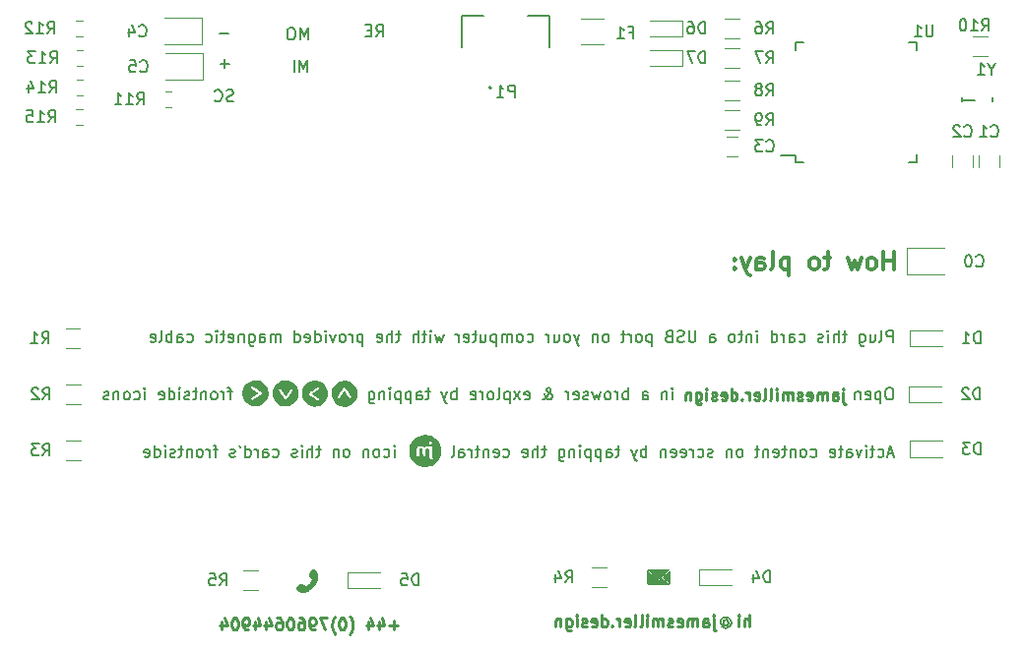
<source format=gbr>
G04 #@! TF.GenerationSoftware,KiCad,Pcbnew,(5.0.1-3-g963ef8bb5)*
G04 #@! TF.CreationDate,2019-04-14T13:03:44+01:00*
G04 #@! TF.ProjectId,invitation,696E7669746174696F6E2E6B69636164,rev?*
G04 #@! TF.SameCoordinates,Original*
G04 #@! TF.FileFunction,Legend,Bot*
G04 #@! TF.FilePolarity,Positive*
%FSLAX46Y46*%
G04 Gerber Fmt 4.6, Leading zero omitted, Abs format (unit mm)*
G04 Created by KiCad (PCBNEW (5.0.1-3-g963ef8bb5)) date Sunday, 14 April 2019 at 13:03:44*
%MOMM*%
%LPD*%
G01*
G04 APERTURE LIST*
%ADD10C,0.150000*%
%ADD11C,0.250000*%
%ADD12C,0.350000*%
%ADD13C,0.127000*%
%ADD14C,0.200000*%
%ADD15C,0.120000*%
%ADD16C,0.010000*%
G04 APERTURE END LIST*
D10*
X195684404Y-100658380D02*
X195684404Y-99658380D01*
X195303452Y-99658380D01*
X195208214Y-99706000D01*
X195160595Y-99753619D01*
X195112976Y-99848857D01*
X195112976Y-99991714D01*
X195160595Y-100086952D01*
X195208214Y-100134571D01*
X195303452Y-100182190D01*
X195684404Y-100182190D01*
X194541547Y-100658380D02*
X194636785Y-100610761D01*
X194684404Y-100515523D01*
X194684404Y-99658380D01*
X193732023Y-99991714D02*
X193732023Y-100658380D01*
X194160595Y-99991714D02*
X194160595Y-100515523D01*
X194112976Y-100610761D01*
X194017738Y-100658380D01*
X193874880Y-100658380D01*
X193779642Y-100610761D01*
X193732023Y-100563142D01*
X192827261Y-99991714D02*
X192827261Y-100801238D01*
X192874880Y-100896476D01*
X192922500Y-100944095D01*
X193017738Y-100991714D01*
X193160595Y-100991714D01*
X193255833Y-100944095D01*
X192827261Y-100610761D02*
X192922500Y-100658380D01*
X193112976Y-100658380D01*
X193208214Y-100610761D01*
X193255833Y-100563142D01*
X193303452Y-100467904D01*
X193303452Y-100182190D01*
X193255833Y-100086952D01*
X193208214Y-100039333D01*
X193112976Y-99991714D01*
X192922500Y-99991714D01*
X192827261Y-100039333D01*
X191732023Y-99991714D02*
X191351071Y-99991714D01*
X191589166Y-99658380D02*
X191589166Y-100515523D01*
X191541547Y-100610761D01*
X191446309Y-100658380D01*
X191351071Y-100658380D01*
X191017738Y-100658380D02*
X191017738Y-99658380D01*
X190589166Y-100658380D02*
X190589166Y-100134571D01*
X190636785Y-100039333D01*
X190732023Y-99991714D01*
X190874880Y-99991714D01*
X190970119Y-100039333D01*
X191017738Y-100086952D01*
X190112976Y-100658380D02*
X190112976Y-99991714D01*
X190112976Y-99658380D02*
X190160595Y-99706000D01*
X190112976Y-99753619D01*
X190065357Y-99706000D01*
X190112976Y-99658380D01*
X190112976Y-99753619D01*
X189684404Y-100610761D02*
X189589166Y-100658380D01*
X189398690Y-100658380D01*
X189303452Y-100610761D01*
X189255833Y-100515523D01*
X189255833Y-100467904D01*
X189303452Y-100372666D01*
X189398690Y-100325047D01*
X189541547Y-100325047D01*
X189636785Y-100277428D01*
X189684404Y-100182190D01*
X189684404Y-100134571D01*
X189636785Y-100039333D01*
X189541547Y-99991714D01*
X189398690Y-99991714D01*
X189303452Y-100039333D01*
X187636785Y-100610761D02*
X187732023Y-100658380D01*
X187922500Y-100658380D01*
X188017738Y-100610761D01*
X188065357Y-100563142D01*
X188112976Y-100467904D01*
X188112976Y-100182190D01*
X188065357Y-100086952D01*
X188017738Y-100039333D01*
X187922500Y-99991714D01*
X187732023Y-99991714D01*
X187636785Y-100039333D01*
X186779642Y-100658380D02*
X186779642Y-100134571D01*
X186827261Y-100039333D01*
X186922500Y-99991714D01*
X187112976Y-99991714D01*
X187208214Y-100039333D01*
X186779642Y-100610761D02*
X186874880Y-100658380D01*
X187112976Y-100658380D01*
X187208214Y-100610761D01*
X187255833Y-100515523D01*
X187255833Y-100420285D01*
X187208214Y-100325047D01*
X187112976Y-100277428D01*
X186874880Y-100277428D01*
X186779642Y-100229809D01*
X186303452Y-100658380D02*
X186303452Y-99991714D01*
X186303452Y-100182190D02*
X186255833Y-100086952D01*
X186208214Y-100039333D01*
X186112976Y-99991714D01*
X186017738Y-99991714D01*
X185255833Y-100658380D02*
X185255833Y-99658380D01*
X185255833Y-100610761D02*
X185351071Y-100658380D01*
X185541547Y-100658380D01*
X185636785Y-100610761D01*
X185684404Y-100563142D01*
X185732023Y-100467904D01*
X185732023Y-100182190D01*
X185684404Y-100086952D01*
X185636785Y-100039333D01*
X185541547Y-99991714D01*
X185351071Y-99991714D01*
X185255833Y-100039333D01*
X184017738Y-100658380D02*
X184017738Y-99991714D01*
X184017738Y-99658380D02*
X184065357Y-99706000D01*
X184017738Y-99753619D01*
X183970119Y-99706000D01*
X184017738Y-99658380D01*
X184017738Y-99753619D01*
X183541547Y-99991714D02*
X183541547Y-100658380D01*
X183541547Y-100086952D02*
X183493928Y-100039333D01*
X183398690Y-99991714D01*
X183255833Y-99991714D01*
X183160595Y-100039333D01*
X183112976Y-100134571D01*
X183112976Y-100658380D01*
X182779642Y-99991714D02*
X182398690Y-99991714D01*
X182636785Y-99658380D02*
X182636785Y-100515523D01*
X182589166Y-100610761D01*
X182493928Y-100658380D01*
X182398690Y-100658380D01*
X181922500Y-100658380D02*
X182017738Y-100610761D01*
X182065357Y-100563142D01*
X182112976Y-100467904D01*
X182112976Y-100182190D01*
X182065357Y-100086952D01*
X182017738Y-100039333D01*
X181922500Y-99991714D01*
X181779642Y-99991714D01*
X181684404Y-100039333D01*
X181636785Y-100086952D01*
X181589166Y-100182190D01*
X181589166Y-100467904D01*
X181636785Y-100563142D01*
X181684404Y-100610761D01*
X181779642Y-100658380D01*
X181922500Y-100658380D01*
X179970119Y-100658380D02*
X179970119Y-100134571D01*
X180017738Y-100039333D01*
X180112976Y-99991714D01*
X180303452Y-99991714D01*
X180398690Y-100039333D01*
X179970119Y-100610761D02*
X180065357Y-100658380D01*
X180303452Y-100658380D01*
X180398690Y-100610761D01*
X180446309Y-100515523D01*
X180446309Y-100420285D01*
X180398690Y-100325047D01*
X180303452Y-100277428D01*
X180065357Y-100277428D01*
X179970119Y-100229809D01*
X178732023Y-99658380D02*
X178732023Y-100467904D01*
X178684404Y-100563142D01*
X178636785Y-100610761D01*
X178541547Y-100658380D01*
X178351071Y-100658380D01*
X178255833Y-100610761D01*
X178208214Y-100563142D01*
X178160595Y-100467904D01*
X178160595Y-99658380D01*
X177732023Y-100610761D02*
X177589166Y-100658380D01*
X177351071Y-100658380D01*
X177255833Y-100610761D01*
X177208214Y-100563142D01*
X177160595Y-100467904D01*
X177160595Y-100372666D01*
X177208214Y-100277428D01*
X177255833Y-100229809D01*
X177351071Y-100182190D01*
X177541547Y-100134571D01*
X177636785Y-100086952D01*
X177684404Y-100039333D01*
X177732023Y-99944095D01*
X177732023Y-99848857D01*
X177684404Y-99753619D01*
X177636785Y-99706000D01*
X177541547Y-99658380D01*
X177303452Y-99658380D01*
X177160595Y-99706000D01*
X176398690Y-100134571D02*
X176255833Y-100182190D01*
X176208214Y-100229809D01*
X176160595Y-100325047D01*
X176160595Y-100467904D01*
X176208214Y-100563142D01*
X176255833Y-100610761D01*
X176351071Y-100658380D01*
X176732023Y-100658380D01*
X176732023Y-99658380D01*
X176398690Y-99658380D01*
X176303452Y-99706000D01*
X176255833Y-99753619D01*
X176208214Y-99848857D01*
X176208214Y-99944095D01*
X176255833Y-100039333D01*
X176303452Y-100086952D01*
X176398690Y-100134571D01*
X176732023Y-100134571D01*
X174970119Y-99991714D02*
X174970119Y-100991714D01*
X174970119Y-100039333D02*
X174874880Y-99991714D01*
X174684404Y-99991714D01*
X174589166Y-100039333D01*
X174541547Y-100086952D01*
X174493928Y-100182190D01*
X174493928Y-100467904D01*
X174541547Y-100563142D01*
X174589166Y-100610761D01*
X174684404Y-100658380D01*
X174874880Y-100658380D01*
X174970119Y-100610761D01*
X173922500Y-100658380D02*
X174017738Y-100610761D01*
X174065357Y-100563142D01*
X174112976Y-100467904D01*
X174112976Y-100182190D01*
X174065357Y-100086952D01*
X174017738Y-100039333D01*
X173922500Y-99991714D01*
X173779642Y-99991714D01*
X173684404Y-100039333D01*
X173636785Y-100086952D01*
X173589166Y-100182190D01*
X173589166Y-100467904D01*
X173636785Y-100563142D01*
X173684404Y-100610761D01*
X173779642Y-100658380D01*
X173922500Y-100658380D01*
X173160595Y-100658380D02*
X173160595Y-99991714D01*
X173160595Y-100182190D02*
X173112976Y-100086952D01*
X173065357Y-100039333D01*
X172970119Y-99991714D01*
X172874880Y-99991714D01*
X172684404Y-99991714D02*
X172303452Y-99991714D01*
X172541547Y-99658380D02*
X172541547Y-100515523D01*
X172493928Y-100610761D01*
X172398690Y-100658380D01*
X172303452Y-100658380D01*
X171065357Y-100658380D02*
X171160595Y-100610761D01*
X171208214Y-100563142D01*
X171255833Y-100467904D01*
X171255833Y-100182190D01*
X171208214Y-100086952D01*
X171160595Y-100039333D01*
X171065357Y-99991714D01*
X170922500Y-99991714D01*
X170827261Y-100039333D01*
X170779642Y-100086952D01*
X170732023Y-100182190D01*
X170732023Y-100467904D01*
X170779642Y-100563142D01*
X170827261Y-100610761D01*
X170922500Y-100658380D01*
X171065357Y-100658380D01*
X170303452Y-99991714D02*
X170303452Y-100658380D01*
X170303452Y-100086952D02*
X170255833Y-100039333D01*
X170160595Y-99991714D01*
X170017738Y-99991714D01*
X169922500Y-100039333D01*
X169874880Y-100134571D01*
X169874880Y-100658380D01*
X168732023Y-99991714D02*
X168493928Y-100658380D01*
X168255833Y-99991714D02*
X168493928Y-100658380D01*
X168589166Y-100896476D01*
X168636785Y-100944095D01*
X168732023Y-100991714D01*
X167732023Y-100658380D02*
X167827261Y-100610761D01*
X167874880Y-100563142D01*
X167922500Y-100467904D01*
X167922500Y-100182190D01*
X167874880Y-100086952D01*
X167827261Y-100039333D01*
X167732023Y-99991714D01*
X167589166Y-99991714D01*
X167493928Y-100039333D01*
X167446309Y-100086952D01*
X167398690Y-100182190D01*
X167398690Y-100467904D01*
X167446309Y-100563142D01*
X167493928Y-100610761D01*
X167589166Y-100658380D01*
X167732023Y-100658380D01*
X166541547Y-99991714D02*
X166541547Y-100658380D01*
X166970119Y-99991714D02*
X166970119Y-100515523D01*
X166922500Y-100610761D01*
X166827261Y-100658380D01*
X166684404Y-100658380D01*
X166589166Y-100610761D01*
X166541547Y-100563142D01*
X166065357Y-100658380D02*
X166065357Y-99991714D01*
X166065357Y-100182190D02*
X166017738Y-100086952D01*
X165970119Y-100039333D01*
X165874880Y-99991714D01*
X165779642Y-99991714D01*
X164255833Y-100610761D02*
X164351071Y-100658380D01*
X164541547Y-100658380D01*
X164636785Y-100610761D01*
X164684404Y-100563142D01*
X164732023Y-100467904D01*
X164732023Y-100182190D01*
X164684404Y-100086952D01*
X164636785Y-100039333D01*
X164541547Y-99991714D01*
X164351071Y-99991714D01*
X164255833Y-100039333D01*
X163684404Y-100658380D02*
X163779642Y-100610761D01*
X163827261Y-100563142D01*
X163874880Y-100467904D01*
X163874880Y-100182190D01*
X163827261Y-100086952D01*
X163779642Y-100039333D01*
X163684404Y-99991714D01*
X163541547Y-99991714D01*
X163446309Y-100039333D01*
X163398690Y-100086952D01*
X163351071Y-100182190D01*
X163351071Y-100467904D01*
X163398690Y-100563142D01*
X163446309Y-100610761D01*
X163541547Y-100658380D01*
X163684404Y-100658380D01*
X162922500Y-100658380D02*
X162922500Y-99991714D01*
X162922500Y-100086952D02*
X162874880Y-100039333D01*
X162779642Y-99991714D01*
X162636785Y-99991714D01*
X162541547Y-100039333D01*
X162493928Y-100134571D01*
X162493928Y-100658380D01*
X162493928Y-100134571D02*
X162446309Y-100039333D01*
X162351071Y-99991714D01*
X162208214Y-99991714D01*
X162112976Y-100039333D01*
X162065357Y-100134571D01*
X162065357Y-100658380D01*
X161589166Y-99991714D02*
X161589166Y-100991714D01*
X161589166Y-100039333D02*
X161493928Y-99991714D01*
X161303452Y-99991714D01*
X161208214Y-100039333D01*
X161160595Y-100086952D01*
X161112976Y-100182190D01*
X161112976Y-100467904D01*
X161160595Y-100563142D01*
X161208214Y-100610761D01*
X161303452Y-100658380D01*
X161493928Y-100658380D01*
X161589166Y-100610761D01*
X160255833Y-99991714D02*
X160255833Y-100658380D01*
X160684404Y-99991714D02*
X160684404Y-100515523D01*
X160636785Y-100610761D01*
X160541547Y-100658380D01*
X160398690Y-100658380D01*
X160303452Y-100610761D01*
X160255833Y-100563142D01*
X159922500Y-99991714D02*
X159541547Y-99991714D01*
X159779642Y-99658380D02*
X159779642Y-100515523D01*
X159732023Y-100610761D01*
X159636785Y-100658380D01*
X159541547Y-100658380D01*
X158827261Y-100610761D02*
X158922500Y-100658380D01*
X159112976Y-100658380D01*
X159208214Y-100610761D01*
X159255833Y-100515523D01*
X159255833Y-100134571D01*
X159208214Y-100039333D01*
X159112976Y-99991714D01*
X158922500Y-99991714D01*
X158827261Y-100039333D01*
X158779642Y-100134571D01*
X158779642Y-100229809D01*
X159255833Y-100325047D01*
X158351071Y-100658380D02*
X158351071Y-99991714D01*
X158351071Y-100182190D02*
X158303452Y-100086952D01*
X158255833Y-100039333D01*
X158160595Y-99991714D01*
X158065357Y-99991714D01*
X157065357Y-99991714D02*
X156874880Y-100658380D01*
X156684404Y-100182190D01*
X156493928Y-100658380D01*
X156303452Y-99991714D01*
X155922500Y-100658380D02*
X155922500Y-99991714D01*
X155922500Y-99658380D02*
X155970119Y-99706000D01*
X155922500Y-99753619D01*
X155874880Y-99706000D01*
X155922500Y-99658380D01*
X155922500Y-99753619D01*
X155589166Y-99991714D02*
X155208214Y-99991714D01*
X155446309Y-99658380D02*
X155446309Y-100515523D01*
X155398690Y-100610761D01*
X155303452Y-100658380D01*
X155208214Y-100658380D01*
X154874880Y-100658380D02*
X154874880Y-99658380D01*
X154446309Y-100658380D02*
X154446309Y-100134571D01*
X154493928Y-100039333D01*
X154589166Y-99991714D01*
X154732023Y-99991714D01*
X154827261Y-100039333D01*
X154874880Y-100086952D01*
X153351071Y-99991714D02*
X152970119Y-99991714D01*
X153208214Y-99658380D02*
X153208214Y-100515523D01*
X153160595Y-100610761D01*
X153065357Y-100658380D01*
X152970119Y-100658380D01*
X152636785Y-100658380D02*
X152636785Y-99658380D01*
X152208214Y-100658380D02*
X152208214Y-100134571D01*
X152255833Y-100039333D01*
X152351071Y-99991714D01*
X152493928Y-99991714D01*
X152589166Y-100039333D01*
X152636785Y-100086952D01*
X151351071Y-100610761D02*
X151446309Y-100658380D01*
X151636785Y-100658380D01*
X151732023Y-100610761D01*
X151779642Y-100515523D01*
X151779642Y-100134571D01*
X151732023Y-100039333D01*
X151636785Y-99991714D01*
X151446309Y-99991714D01*
X151351071Y-100039333D01*
X151303452Y-100134571D01*
X151303452Y-100229809D01*
X151779642Y-100325047D01*
X150112976Y-99991714D02*
X150112976Y-100991714D01*
X150112976Y-100039333D02*
X150017738Y-99991714D01*
X149827261Y-99991714D01*
X149732023Y-100039333D01*
X149684404Y-100086952D01*
X149636785Y-100182190D01*
X149636785Y-100467904D01*
X149684404Y-100563142D01*
X149732023Y-100610761D01*
X149827261Y-100658380D01*
X150017738Y-100658380D01*
X150112976Y-100610761D01*
X149208214Y-100658380D02*
X149208214Y-99991714D01*
X149208214Y-100182190D02*
X149160595Y-100086952D01*
X149112976Y-100039333D01*
X149017738Y-99991714D01*
X148922500Y-99991714D01*
X148446309Y-100658380D02*
X148541547Y-100610761D01*
X148589166Y-100563142D01*
X148636785Y-100467904D01*
X148636785Y-100182190D01*
X148589166Y-100086952D01*
X148541547Y-100039333D01*
X148446309Y-99991714D01*
X148303452Y-99991714D01*
X148208214Y-100039333D01*
X148160595Y-100086952D01*
X148112976Y-100182190D01*
X148112976Y-100467904D01*
X148160595Y-100563142D01*
X148208214Y-100610761D01*
X148303452Y-100658380D01*
X148446309Y-100658380D01*
X147779642Y-99991714D02*
X147541547Y-100658380D01*
X147303452Y-99991714D01*
X146922500Y-100658380D02*
X146922500Y-99991714D01*
X146922500Y-99658380D02*
X146970119Y-99706000D01*
X146922500Y-99753619D01*
X146874880Y-99706000D01*
X146922500Y-99658380D01*
X146922500Y-99753619D01*
X146017738Y-100658380D02*
X146017738Y-99658380D01*
X146017738Y-100610761D02*
X146112976Y-100658380D01*
X146303452Y-100658380D01*
X146398690Y-100610761D01*
X146446309Y-100563142D01*
X146493928Y-100467904D01*
X146493928Y-100182190D01*
X146446309Y-100086952D01*
X146398690Y-100039333D01*
X146303452Y-99991714D01*
X146112976Y-99991714D01*
X146017738Y-100039333D01*
X145160595Y-100610761D02*
X145255833Y-100658380D01*
X145446309Y-100658380D01*
X145541547Y-100610761D01*
X145589166Y-100515523D01*
X145589166Y-100134571D01*
X145541547Y-100039333D01*
X145446309Y-99991714D01*
X145255833Y-99991714D01*
X145160595Y-100039333D01*
X145112976Y-100134571D01*
X145112976Y-100229809D01*
X145589166Y-100325047D01*
X144255833Y-100658380D02*
X144255833Y-99658380D01*
X144255833Y-100610761D02*
X144351071Y-100658380D01*
X144541547Y-100658380D01*
X144636785Y-100610761D01*
X144684404Y-100563142D01*
X144732023Y-100467904D01*
X144732023Y-100182190D01*
X144684404Y-100086952D01*
X144636785Y-100039333D01*
X144541547Y-99991714D01*
X144351071Y-99991714D01*
X144255833Y-100039333D01*
X143017738Y-100658380D02*
X143017738Y-99991714D01*
X143017738Y-100086952D02*
X142970119Y-100039333D01*
X142874880Y-99991714D01*
X142732023Y-99991714D01*
X142636785Y-100039333D01*
X142589166Y-100134571D01*
X142589166Y-100658380D01*
X142589166Y-100134571D02*
X142541547Y-100039333D01*
X142446309Y-99991714D01*
X142303452Y-99991714D01*
X142208214Y-100039333D01*
X142160595Y-100134571D01*
X142160595Y-100658380D01*
X141255833Y-100658380D02*
X141255833Y-100134571D01*
X141303452Y-100039333D01*
X141398690Y-99991714D01*
X141589166Y-99991714D01*
X141684404Y-100039333D01*
X141255833Y-100610761D02*
X141351071Y-100658380D01*
X141589166Y-100658380D01*
X141684404Y-100610761D01*
X141732023Y-100515523D01*
X141732023Y-100420285D01*
X141684404Y-100325047D01*
X141589166Y-100277428D01*
X141351071Y-100277428D01*
X141255833Y-100229809D01*
X140351071Y-99991714D02*
X140351071Y-100801238D01*
X140398690Y-100896476D01*
X140446309Y-100944095D01*
X140541547Y-100991714D01*
X140684404Y-100991714D01*
X140779642Y-100944095D01*
X140351071Y-100610761D02*
X140446309Y-100658380D01*
X140636785Y-100658380D01*
X140732023Y-100610761D01*
X140779642Y-100563142D01*
X140827261Y-100467904D01*
X140827261Y-100182190D01*
X140779642Y-100086952D01*
X140732023Y-100039333D01*
X140636785Y-99991714D01*
X140446309Y-99991714D01*
X140351071Y-100039333D01*
X139874880Y-99991714D02*
X139874880Y-100658380D01*
X139874880Y-100086952D02*
X139827261Y-100039333D01*
X139732023Y-99991714D01*
X139589166Y-99991714D01*
X139493928Y-100039333D01*
X139446309Y-100134571D01*
X139446309Y-100658380D01*
X138589166Y-100610761D02*
X138684404Y-100658380D01*
X138874880Y-100658380D01*
X138970119Y-100610761D01*
X139017738Y-100515523D01*
X139017738Y-100134571D01*
X138970119Y-100039333D01*
X138874880Y-99991714D01*
X138684404Y-99991714D01*
X138589166Y-100039333D01*
X138541547Y-100134571D01*
X138541547Y-100229809D01*
X139017738Y-100325047D01*
X138255833Y-99991714D02*
X137874880Y-99991714D01*
X138112976Y-99658380D02*
X138112976Y-100515523D01*
X138065357Y-100610761D01*
X137970119Y-100658380D01*
X137874880Y-100658380D01*
X137541547Y-100658380D02*
X137541547Y-99991714D01*
X137541547Y-99658380D02*
X137589166Y-99706000D01*
X137541547Y-99753619D01*
X137493928Y-99706000D01*
X137541547Y-99658380D01*
X137541547Y-99753619D01*
X136636785Y-100610761D02*
X136732023Y-100658380D01*
X136922500Y-100658380D01*
X137017738Y-100610761D01*
X137065357Y-100563142D01*
X137112976Y-100467904D01*
X137112976Y-100182190D01*
X137065357Y-100086952D01*
X137017738Y-100039333D01*
X136922500Y-99991714D01*
X136732023Y-99991714D01*
X136636785Y-100039333D01*
X135017738Y-100610761D02*
X135112976Y-100658380D01*
X135303452Y-100658380D01*
X135398690Y-100610761D01*
X135446309Y-100563142D01*
X135493928Y-100467904D01*
X135493928Y-100182190D01*
X135446309Y-100086952D01*
X135398690Y-100039333D01*
X135303452Y-99991714D01*
X135112976Y-99991714D01*
X135017738Y-100039333D01*
X134160595Y-100658380D02*
X134160595Y-100134571D01*
X134208214Y-100039333D01*
X134303452Y-99991714D01*
X134493928Y-99991714D01*
X134589166Y-100039333D01*
X134160595Y-100610761D02*
X134255833Y-100658380D01*
X134493928Y-100658380D01*
X134589166Y-100610761D01*
X134636785Y-100515523D01*
X134636785Y-100420285D01*
X134589166Y-100325047D01*
X134493928Y-100277428D01*
X134255833Y-100277428D01*
X134160595Y-100229809D01*
X133684404Y-100658380D02*
X133684404Y-99658380D01*
X133684404Y-100039333D02*
X133589166Y-99991714D01*
X133398690Y-99991714D01*
X133303452Y-100039333D01*
X133255833Y-100086952D01*
X133208214Y-100182190D01*
X133208214Y-100467904D01*
X133255833Y-100563142D01*
X133303452Y-100610761D01*
X133398690Y-100658380D01*
X133589166Y-100658380D01*
X133684404Y-100610761D01*
X132636785Y-100658380D02*
X132732023Y-100610761D01*
X132779642Y-100515523D01*
X132779642Y-99658380D01*
X131874880Y-100610761D02*
X131970119Y-100658380D01*
X132160595Y-100658380D01*
X132255833Y-100610761D01*
X132303452Y-100515523D01*
X132303452Y-100134571D01*
X132255833Y-100039333D01*
X132160595Y-99991714D01*
X131970119Y-99991714D01*
X131874880Y-100039333D01*
X131827261Y-100134571D01*
X131827261Y-100229809D01*
X132303452Y-100325047D01*
X195493928Y-104608380D02*
X195303452Y-104608380D01*
X195208214Y-104656000D01*
X195112976Y-104751238D01*
X195065357Y-104941714D01*
X195065357Y-105275047D01*
X195112976Y-105465523D01*
X195208214Y-105560761D01*
X195303452Y-105608380D01*
X195493928Y-105608380D01*
X195589166Y-105560761D01*
X195684404Y-105465523D01*
X195732023Y-105275047D01*
X195732023Y-104941714D01*
X195684404Y-104751238D01*
X195589166Y-104656000D01*
X195493928Y-104608380D01*
X194636785Y-104941714D02*
X194636785Y-105941714D01*
X194636785Y-104989333D02*
X194541547Y-104941714D01*
X194351071Y-104941714D01*
X194255833Y-104989333D01*
X194208214Y-105036952D01*
X194160595Y-105132190D01*
X194160595Y-105417904D01*
X194208214Y-105513142D01*
X194255833Y-105560761D01*
X194351071Y-105608380D01*
X194541547Y-105608380D01*
X194636785Y-105560761D01*
X193351071Y-105560761D02*
X193446309Y-105608380D01*
X193636785Y-105608380D01*
X193732023Y-105560761D01*
X193779642Y-105465523D01*
X193779642Y-105084571D01*
X193732023Y-104989333D01*
X193636785Y-104941714D01*
X193446309Y-104941714D01*
X193351071Y-104989333D01*
X193303452Y-105084571D01*
X193303452Y-105179809D01*
X193779642Y-105275047D01*
X192874880Y-104941714D02*
X192874880Y-105608380D01*
X192874880Y-105036952D02*
X192827261Y-104989333D01*
X192732023Y-104941714D01*
X192589166Y-104941714D01*
X192493928Y-104989333D01*
X192446309Y-105084571D01*
X192446309Y-105608380D01*
X176732023Y-105608380D02*
X176732023Y-104941714D01*
X176732023Y-104608380D02*
X176779642Y-104656000D01*
X176732023Y-104703619D01*
X176684404Y-104656000D01*
X176732023Y-104608380D01*
X176732023Y-104703619D01*
X176255833Y-104941714D02*
X176255833Y-105608380D01*
X176255833Y-105036952D02*
X176208214Y-104989333D01*
X176112976Y-104941714D01*
X175970119Y-104941714D01*
X175874880Y-104989333D01*
X175827261Y-105084571D01*
X175827261Y-105608380D01*
X174160595Y-105608380D02*
X174160595Y-105084571D01*
X174208214Y-104989333D01*
X174303452Y-104941714D01*
X174493928Y-104941714D01*
X174589166Y-104989333D01*
X174160595Y-105560761D02*
X174255833Y-105608380D01*
X174493928Y-105608380D01*
X174589166Y-105560761D01*
X174636785Y-105465523D01*
X174636785Y-105370285D01*
X174589166Y-105275047D01*
X174493928Y-105227428D01*
X174255833Y-105227428D01*
X174160595Y-105179809D01*
X172922500Y-105608380D02*
X172922500Y-104608380D01*
X172922500Y-104989333D02*
X172827261Y-104941714D01*
X172636785Y-104941714D01*
X172541547Y-104989333D01*
X172493928Y-105036952D01*
X172446309Y-105132190D01*
X172446309Y-105417904D01*
X172493928Y-105513142D01*
X172541547Y-105560761D01*
X172636785Y-105608380D01*
X172827261Y-105608380D01*
X172922500Y-105560761D01*
X172017738Y-105608380D02*
X172017738Y-104941714D01*
X172017738Y-105132190D02*
X171970119Y-105036952D01*
X171922500Y-104989333D01*
X171827261Y-104941714D01*
X171732023Y-104941714D01*
X171255833Y-105608380D02*
X171351071Y-105560761D01*
X171398690Y-105513142D01*
X171446309Y-105417904D01*
X171446309Y-105132190D01*
X171398690Y-105036952D01*
X171351071Y-104989333D01*
X171255833Y-104941714D01*
X171112976Y-104941714D01*
X171017738Y-104989333D01*
X170970119Y-105036952D01*
X170922500Y-105132190D01*
X170922500Y-105417904D01*
X170970119Y-105513142D01*
X171017738Y-105560761D01*
X171112976Y-105608380D01*
X171255833Y-105608380D01*
X170589166Y-104941714D02*
X170398690Y-105608380D01*
X170208214Y-105132190D01*
X170017738Y-105608380D01*
X169827261Y-104941714D01*
X169493928Y-105560761D02*
X169398690Y-105608380D01*
X169208214Y-105608380D01*
X169112976Y-105560761D01*
X169065357Y-105465523D01*
X169065357Y-105417904D01*
X169112976Y-105322666D01*
X169208214Y-105275047D01*
X169351071Y-105275047D01*
X169446309Y-105227428D01*
X169493928Y-105132190D01*
X169493928Y-105084571D01*
X169446309Y-104989333D01*
X169351071Y-104941714D01*
X169208214Y-104941714D01*
X169112976Y-104989333D01*
X168255833Y-105560761D02*
X168351071Y-105608380D01*
X168541547Y-105608380D01*
X168636785Y-105560761D01*
X168684404Y-105465523D01*
X168684404Y-105084571D01*
X168636785Y-104989333D01*
X168541547Y-104941714D01*
X168351071Y-104941714D01*
X168255833Y-104989333D01*
X168208214Y-105084571D01*
X168208214Y-105179809D01*
X168684404Y-105275047D01*
X167779642Y-105608380D02*
X167779642Y-104941714D01*
X167779642Y-105132190D02*
X167732023Y-105036952D01*
X167684404Y-104989333D01*
X167589166Y-104941714D01*
X167493928Y-104941714D01*
X165589166Y-105608380D02*
X165636785Y-105608380D01*
X165732023Y-105560761D01*
X165874880Y-105417904D01*
X166112976Y-105132190D01*
X166208214Y-104989333D01*
X166255833Y-104846476D01*
X166255833Y-104751238D01*
X166208214Y-104656000D01*
X166112976Y-104608380D01*
X166065357Y-104608380D01*
X165970119Y-104656000D01*
X165922500Y-104751238D01*
X165922500Y-104798857D01*
X165970119Y-104894095D01*
X166017738Y-104941714D01*
X166303452Y-105132190D01*
X166351071Y-105179809D01*
X166398690Y-105275047D01*
X166398690Y-105417904D01*
X166351071Y-105513142D01*
X166303452Y-105560761D01*
X166208214Y-105608380D01*
X166065357Y-105608380D01*
X165970119Y-105560761D01*
X165922500Y-105513142D01*
X165779642Y-105322666D01*
X165732023Y-105179809D01*
X165732023Y-105084571D01*
X164017738Y-105560761D02*
X164112976Y-105608380D01*
X164303452Y-105608380D01*
X164398690Y-105560761D01*
X164446309Y-105465523D01*
X164446309Y-105084571D01*
X164398690Y-104989333D01*
X164303452Y-104941714D01*
X164112976Y-104941714D01*
X164017738Y-104989333D01*
X163970119Y-105084571D01*
X163970119Y-105179809D01*
X164446309Y-105275047D01*
X163636785Y-105608380D02*
X163112976Y-104941714D01*
X163636785Y-104941714D02*
X163112976Y-105608380D01*
X162732023Y-104941714D02*
X162732023Y-105941714D01*
X162732023Y-104989333D02*
X162636785Y-104941714D01*
X162446309Y-104941714D01*
X162351071Y-104989333D01*
X162303452Y-105036952D01*
X162255833Y-105132190D01*
X162255833Y-105417904D01*
X162303452Y-105513142D01*
X162351071Y-105560761D01*
X162446309Y-105608380D01*
X162636785Y-105608380D01*
X162732023Y-105560761D01*
X161684404Y-105608380D02*
X161779642Y-105560761D01*
X161827261Y-105465523D01*
X161827261Y-104608380D01*
X161160595Y-105608380D02*
X161255833Y-105560761D01*
X161303452Y-105513142D01*
X161351071Y-105417904D01*
X161351071Y-105132190D01*
X161303452Y-105036952D01*
X161255833Y-104989333D01*
X161160595Y-104941714D01*
X161017738Y-104941714D01*
X160922500Y-104989333D01*
X160874880Y-105036952D01*
X160827261Y-105132190D01*
X160827261Y-105417904D01*
X160874880Y-105513142D01*
X160922500Y-105560761D01*
X161017738Y-105608380D01*
X161160595Y-105608380D01*
X160398690Y-105608380D02*
X160398690Y-104941714D01*
X160398690Y-105132190D02*
X160351071Y-105036952D01*
X160303452Y-104989333D01*
X160208214Y-104941714D01*
X160112976Y-104941714D01*
X159398690Y-105560761D02*
X159493928Y-105608380D01*
X159684404Y-105608380D01*
X159779642Y-105560761D01*
X159827261Y-105465523D01*
X159827261Y-105084571D01*
X159779642Y-104989333D01*
X159684404Y-104941714D01*
X159493928Y-104941714D01*
X159398690Y-104989333D01*
X159351071Y-105084571D01*
X159351071Y-105179809D01*
X159827261Y-105275047D01*
X158160595Y-105608380D02*
X158160595Y-104608380D01*
X158160595Y-104989333D02*
X158065357Y-104941714D01*
X157874880Y-104941714D01*
X157779642Y-104989333D01*
X157732023Y-105036952D01*
X157684404Y-105132190D01*
X157684404Y-105417904D01*
X157732023Y-105513142D01*
X157779642Y-105560761D01*
X157874880Y-105608380D01*
X158065357Y-105608380D01*
X158160595Y-105560761D01*
X157351071Y-104941714D02*
X157112976Y-105608380D01*
X156874880Y-104941714D02*
X157112976Y-105608380D01*
X157208214Y-105846476D01*
X157255833Y-105894095D01*
X157351071Y-105941714D01*
X155874880Y-104941714D02*
X155493928Y-104941714D01*
X155732023Y-104608380D02*
X155732023Y-105465523D01*
X155684404Y-105560761D01*
X155589166Y-105608380D01*
X155493928Y-105608380D01*
X154732023Y-105608380D02*
X154732023Y-105084571D01*
X154779642Y-104989333D01*
X154874880Y-104941714D01*
X155065357Y-104941714D01*
X155160595Y-104989333D01*
X154732023Y-105560761D02*
X154827261Y-105608380D01*
X155065357Y-105608380D01*
X155160595Y-105560761D01*
X155208214Y-105465523D01*
X155208214Y-105370285D01*
X155160595Y-105275047D01*
X155065357Y-105227428D01*
X154827261Y-105227428D01*
X154732023Y-105179809D01*
X154255833Y-104941714D02*
X154255833Y-105941714D01*
X154255833Y-104989333D02*
X154160595Y-104941714D01*
X153970119Y-104941714D01*
X153874880Y-104989333D01*
X153827261Y-105036952D01*
X153779642Y-105132190D01*
X153779642Y-105417904D01*
X153827261Y-105513142D01*
X153874880Y-105560761D01*
X153970119Y-105608380D01*
X154160595Y-105608380D01*
X154255833Y-105560761D01*
X153351071Y-104941714D02*
X153351071Y-105941714D01*
X153351071Y-104989333D02*
X153255833Y-104941714D01*
X153065357Y-104941714D01*
X152970119Y-104989333D01*
X152922500Y-105036952D01*
X152874880Y-105132190D01*
X152874880Y-105417904D01*
X152922500Y-105513142D01*
X152970119Y-105560761D01*
X153065357Y-105608380D01*
X153255833Y-105608380D01*
X153351071Y-105560761D01*
X152446309Y-105608380D02*
X152446309Y-104941714D01*
X152446309Y-104608380D02*
X152493928Y-104656000D01*
X152446309Y-104703619D01*
X152398690Y-104656000D01*
X152446309Y-104608380D01*
X152446309Y-104703619D01*
X151970119Y-104941714D02*
X151970119Y-105608380D01*
X151970119Y-105036952D02*
X151922500Y-104989333D01*
X151827261Y-104941714D01*
X151684404Y-104941714D01*
X151589166Y-104989333D01*
X151541547Y-105084571D01*
X151541547Y-105608380D01*
X150636785Y-104941714D02*
X150636785Y-105751238D01*
X150684404Y-105846476D01*
X150732023Y-105894095D01*
X150827261Y-105941714D01*
X150970119Y-105941714D01*
X151065357Y-105894095D01*
X150636785Y-105560761D02*
X150732023Y-105608380D01*
X150922500Y-105608380D01*
X151017738Y-105560761D01*
X151065357Y-105513142D01*
X151112976Y-105417904D01*
X151112976Y-105132190D01*
X151065357Y-105036952D01*
X151017738Y-104989333D01*
X150922500Y-104941714D01*
X150732023Y-104941714D01*
X150636785Y-104989333D01*
X138874880Y-104941714D02*
X138493928Y-104941714D01*
X138732023Y-105608380D02*
X138732023Y-104751238D01*
X138684404Y-104656000D01*
X138589166Y-104608380D01*
X138493928Y-104608380D01*
X138160595Y-105608380D02*
X138160595Y-104941714D01*
X138160595Y-105132190D02*
X138112976Y-105036952D01*
X138065357Y-104989333D01*
X137970119Y-104941714D01*
X137874880Y-104941714D01*
X137398690Y-105608380D02*
X137493928Y-105560761D01*
X137541547Y-105513142D01*
X137589166Y-105417904D01*
X137589166Y-105132190D01*
X137541547Y-105036952D01*
X137493928Y-104989333D01*
X137398690Y-104941714D01*
X137255833Y-104941714D01*
X137160595Y-104989333D01*
X137112976Y-105036952D01*
X137065357Y-105132190D01*
X137065357Y-105417904D01*
X137112976Y-105513142D01*
X137160595Y-105560761D01*
X137255833Y-105608380D01*
X137398690Y-105608380D01*
X136636785Y-104941714D02*
X136636785Y-105608380D01*
X136636785Y-105036952D02*
X136589166Y-104989333D01*
X136493928Y-104941714D01*
X136351071Y-104941714D01*
X136255833Y-104989333D01*
X136208214Y-105084571D01*
X136208214Y-105608380D01*
X135874880Y-104941714D02*
X135493928Y-104941714D01*
X135732023Y-104608380D02*
X135732023Y-105465523D01*
X135684404Y-105560761D01*
X135589166Y-105608380D01*
X135493928Y-105608380D01*
X135208214Y-105560761D02*
X135112976Y-105608380D01*
X134922500Y-105608380D01*
X134827261Y-105560761D01*
X134779642Y-105465523D01*
X134779642Y-105417904D01*
X134827261Y-105322666D01*
X134922500Y-105275047D01*
X135065357Y-105275047D01*
X135160595Y-105227428D01*
X135208214Y-105132190D01*
X135208214Y-105084571D01*
X135160595Y-104989333D01*
X135065357Y-104941714D01*
X134922500Y-104941714D01*
X134827261Y-104989333D01*
X134351071Y-105608380D02*
X134351071Y-104941714D01*
X134351071Y-104608380D02*
X134398690Y-104656000D01*
X134351071Y-104703619D01*
X134303452Y-104656000D01*
X134351071Y-104608380D01*
X134351071Y-104703619D01*
X133446309Y-105608380D02*
X133446309Y-104608380D01*
X133446309Y-105560761D02*
X133541547Y-105608380D01*
X133732023Y-105608380D01*
X133827261Y-105560761D01*
X133874880Y-105513142D01*
X133922500Y-105417904D01*
X133922500Y-105132190D01*
X133874880Y-105036952D01*
X133827261Y-104989333D01*
X133732023Y-104941714D01*
X133541547Y-104941714D01*
X133446309Y-104989333D01*
X132589166Y-105560761D02*
X132684404Y-105608380D01*
X132874880Y-105608380D01*
X132970119Y-105560761D01*
X133017738Y-105465523D01*
X133017738Y-105084571D01*
X132970119Y-104989333D01*
X132874880Y-104941714D01*
X132684404Y-104941714D01*
X132589166Y-104989333D01*
X132541547Y-105084571D01*
X132541547Y-105179809D01*
X133017738Y-105275047D01*
X131351071Y-105608380D02*
X131351071Y-104941714D01*
X131351071Y-104608380D02*
X131398690Y-104656000D01*
X131351071Y-104703619D01*
X131303452Y-104656000D01*
X131351071Y-104608380D01*
X131351071Y-104703619D01*
X130446309Y-105560761D02*
X130541547Y-105608380D01*
X130732023Y-105608380D01*
X130827261Y-105560761D01*
X130874880Y-105513142D01*
X130922500Y-105417904D01*
X130922500Y-105132190D01*
X130874880Y-105036952D01*
X130827261Y-104989333D01*
X130732023Y-104941714D01*
X130541547Y-104941714D01*
X130446309Y-104989333D01*
X129874880Y-105608380D02*
X129970119Y-105560761D01*
X130017738Y-105513142D01*
X130065357Y-105417904D01*
X130065357Y-105132190D01*
X130017738Y-105036952D01*
X129970119Y-104989333D01*
X129874880Y-104941714D01*
X129732023Y-104941714D01*
X129636785Y-104989333D01*
X129589166Y-105036952D01*
X129541547Y-105132190D01*
X129541547Y-105417904D01*
X129589166Y-105513142D01*
X129636785Y-105560761D01*
X129732023Y-105608380D01*
X129874880Y-105608380D01*
X129112976Y-104941714D02*
X129112976Y-105608380D01*
X129112976Y-105036952D02*
X129065357Y-104989333D01*
X128970119Y-104941714D01*
X128827261Y-104941714D01*
X128732023Y-104989333D01*
X128684404Y-105084571D01*
X128684404Y-105608380D01*
X128255833Y-105560761D02*
X128160595Y-105608380D01*
X127970119Y-105608380D01*
X127874880Y-105560761D01*
X127827261Y-105465523D01*
X127827261Y-105417904D01*
X127874880Y-105322666D01*
X127970119Y-105275047D01*
X128112976Y-105275047D01*
X128208214Y-105227428D01*
X128255833Y-105132190D01*
X128255833Y-105084571D01*
X128208214Y-104989333D01*
X128112976Y-104941714D01*
X127970119Y-104941714D01*
X127874880Y-104989333D01*
X195732023Y-110272666D02*
X195255833Y-110272666D01*
X195827261Y-110558380D02*
X195493928Y-109558380D01*
X195160595Y-110558380D01*
X194398690Y-110510761D02*
X194493928Y-110558380D01*
X194684404Y-110558380D01*
X194779642Y-110510761D01*
X194827261Y-110463142D01*
X194874880Y-110367904D01*
X194874880Y-110082190D01*
X194827261Y-109986952D01*
X194779642Y-109939333D01*
X194684404Y-109891714D01*
X194493928Y-109891714D01*
X194398690Y-109939333D01*
X194112976Y-109891714D02*
X193732023Y-109891714D01*
X193970119Y-109558380D02*
X193970119Y-110415523D01*
X193922500Y-110510761D01*
X193827261Y-110558380D01*
X193732023Y-110558380D01*
X193398690Y-110558380D02*
X193398690Y-109891714D01*
X193398690Y-109558380D02*
X193446309Y-109606000D01*
X193398690Y-109653619D01*
X193351071Y-109606000D01*
X193398690Y-109558380D01*
X193398690Y-109653619D01*
X193017738Y-109891714D02*
X192779642Y-110558380D01*
X192541547Y-109891714D01*
X191732023Y-110558380D02*
X191732023Y-110034571D01*
X191779642Y-109939333D01*
X191874880Y-109891714D01*
X192065357Y-109891714D01*
X192160595Y-109939333D01*
X191732023Y-110510761D02*
X191827261Y-110558380D01*
X192065357Y-110558380D01*
X192160595Y-110510761D01*
X192208214Y-110415523D01*
X192208214Y-110320285D01*
X192160595Y-110225047D01*
X192065357Y-110177428D01*
X191827261Y-110177428D01*
X191732023Y-110129809D01*
X191398690Y-109891714D02*
X191017738Y-109891714D01*
X191255833Y-109558380D02*
X191255833Y-110415523D01*
X191208214Y-110510761D01*
X191112976Y-110558380D01*
X191017738Y-110558380D01*
X190303452Y-110510761D02*
X190398690Y-110558380D01*
X190589166Y-110558380D01*
X190684404Y-110510761D01*
X190732023Y-110415523D01*
X190732023Y-110034571D01*
X190684404Y-109939333D01*
X190589166Y-109891714D01*
X190398690Y-109891714D01*
X190303452Y-109939333D01*
X190255833Y-110034571D01*
X190255833Y-110129809D01*
X190732023Y-110225047D01*
X188636785Y-110510761D02*
X188732023Y-110558380D01*
X188922500Y-110558380D01*
X189017738Y-110510761D01*
X189065357Y-110463142D01*
X189112976Y-110367904D01*
X189112976Y-110082190D01*
X189065357Y-109986952D01*
X189017738Y-109939333D01*
X188922500Y-109891714D01*
X188732023Y-109891714D01*
X188636785Y-109939333D01*
X188065357Y-110558380D02*
X188160595Y-110510761D01*
X188208214Y-110463142D01*
X188255833Y-110367904D01*
X188255833Y-110082190D01*
X188208214Y-109986952D01*
X188160595Y-109939333D01*
X188065357Y-109891714D01*
X187922500Y-109891714D01*
X187827261Y-109939333D01*
X187779642Y-109986952D01*
X187732023Y-110082190D01*
X187732023Y-110367904D01*
X187779642Y-110463142D01*
X187827261Y-110510761D01*
X187922500Y-110558380D01*
X188065357Y-110558380D01*
X187303452Y-109891714D02*
X187303452Y-110558380D01*
X187303452Y-109986952D02*
X187255833Y-109939333D01*
X187160595Y-109891714D01*
X187017738Y-109891714D01*
X186922500Y-109939333D01*
X186874880Y-110034571D01*
X186874880Y-110558380D01*
X186541547Y-109891714D02*
X186160595Y-109891714D01*
X186398690Y-109558380D02*
X186398690Y-110415523D01*
X186351071Y-110510761D01*
X186255833Y-110558380D01*
X186160595Y-110558380D01*
X185446309Y-110510761D02*
X185541547Y-110558380D01*
X185732023Y-110558380D01*
X185827261Y-110510761D01*
X185874880Y-110415523D01*
X185874880Y-110034571D01*
X185827261Y-109939333D01*
X185732023Y-109891714D01*
X185541547Y-109891714D01*
X185446309Y-109939333D01*
X185398690Y-110034571D01*
X185398690Y-110129809D01*
X185874880Y-110225047D01*
X184970119Y-109891714D02*
X184970119Y-110558380D01*
X184970119Y-109986952D02*
X184922500Y-109939333D01*
X184827261Y-109891714D01*
X184684404Y-109891714D01*
X184589166Y-109939333D01*
X184541547Y-110034571D01*
X184541547Y-110558380D01*
X184208214Y-109891714D02*
X183827261Y-109891714D01*
X184065357Y-109558380D02*
X184065357Y-110415523D01*
X184017738Y-110510761D01*
X183922500Y-110558380D01*
X183827261Y-110558380D01*
X182589166Y-110558380D02*
X182684404Y-110510761D01*
X182732023Y-110463142D01*
X182779642Y-110367904D01*
X182779642Y-110082190D01*
X182732023Y-109986952D01*
X182684404Y-109939333D01*
X182589166Y-109891714D01*
X182446309Y-109891714D01*
X182351071Y-109939333D01*
X182303452Y-109986952D01*
X182255833Y-110082190D01*
X182255833Y-110367904D01*
X182303452Y-110463142D01*
X182351071Y-110510761D01*
X182446309Y-110558380D01*
X182589166Y-110558380D01*
X181827261Y-109891714D02*
X181827261Y-110558380D01*
X181827261Y-109986952D02*
X181779642Y-109939333D01*
X181684404Y-109891714D01*
X181541547Y-109891714D01*
X181446309Y-109939333D01*
X181398690Y-110034571D01*
X181398690Y-110558380D01*
X180208214Y-110510761D02*
X180112976Y-110558380D01*
X179922500Y-110558380D01*
X179827261Y-110510761D01*
X179779642Y-110415523D01*
X179779642Y-110367904D01*
X179827261Y-110272666D01*
X179922500Y-110225047D01*
X180065357Y-110225047D01*
X180160595Y-110177428D01*
X180208214Y-110082190D01*
X180208214Y-110034571D01*
X180160595Y-109939333D01*
X180065357Y-109891714D01*
X179922500Y-109891714D01*
X179827261Y-109939333D01*
X178922500Y-110510761D02*
X179017738Y-110558380D01*
X179208214Y-110558380D01*
X179303452Y-110510761D01*
X179351071Y-110463142D01*
X179398690Y-110367904D01*
X179398690Y-110082190D01*
X179351071Y-109986952D01*
X179303452Y-109939333D01*
X179208214Y-109891714D01*
X179017738Y-109891714D01*
X178922500Y-109939333D01*
X178493928Y-110558380D02*
X178493928Y-109891714D01*
X178493928Y-110082190D02*
X178446309Y-109986952D01*
X178398690Y-109939333D01*
X178303452Y-109891714D01*
X178208214Y-109891714D01*
X177493928Y-110510761D02*
X177589166Y-110558380D01*
X177779642Y-110558380D01*
X177874880Y-110510761D01*
X177922500Y-110415523D01*
X177922500Y-110034571D01*
X177874880Y-109939333D01*
X177779642Y-109891714D01*
X177589166Y-109891714D01*
X177493928Y-109939333D01*
X177446309Y-110034571D01*
X177446309Y-110129809D01*
X177922500Y-110225047D01*
X176636785Y-110510761D02*
X176732023Y-110558380D01*
X176922500Y-110558380D01*
X177017738Y-110510761D01*
X177065357Y-110415523D01*
X177065357Y-110034571D01*
X177017738Y-109939333D01*
X176922500Y-109891714D01*
X176732023Y-109891714D01*
X176636785Y-109939333D01*
X176589166Y-110034571D01*
X176589166Y-110129809D01*
X177065357Y-110225047D01*
X176160595Y-109891714D02*
X176160595Y-110558380D01*
X176160595Y-109986952D02*
X176112976Y-109939333D01*
X176017738Y-109891714D01*
X175874880Y-109891714D01*
X175779642Y-109939333D01*
X175732023Y-110034571D01*
X175732023Y-110558380D01*
X174493928Y-110558380D02*
X174493928Y-109558380D01*
X174493928Y-109939333D02*
X174398690Y-109891714D01*
X174208214Y-109891714D01*
X174112976Y-109939333D01*
X174065357Y-109986952D01*
X174017738Y-110082190D01*
X174017738Y-110367904D01*
X174065357Y-110463142D01*
X174112976Y-110510761D01*
X174208214Y-110558380D01*
X174398690Y-110558380D01*
X174493928Y-110510761D01*
X173684404Y-109891714D02*
X173446309Y-110558380D01*
X173208214Y-109891714D02*
X173446309Y-110558380D01*
X173541547Y-110796476D01*
X173589166Y-110844095D01*
X173684404Y-110891714D01*
X172208214Y-109891714D02*
X171827261Y-109891714D01*
X172065357Y-109558380D02*
X172065357Y-110415523D01*
X172017738Y-110510761D01*
X171922500Y-110558380D01*
X171827261Y-110558380D01*
X171065357Y-110558380D02*
X171065357Y-110034571D01*
X171112976Y-109939333D01*
X171208214Y-109891714D01*
X171398690Y-109891714D01*
X171493928Y-109939333D01*
X171065357Y-110510761D02*
X171160595Y-110558380D01*
X171398690Y-110558380D01*
X171493928Y-110510761D01*
X171541547Y-110415523D01*
X171541547Y-110320285D01*
X171493928Y-110225047D01*
X171398690Y-110177428D01*
X171160595Y-110177428D01*
X171065357Y-110129809D01*
X170589166Y-109891714D02*
X170589166Y-110891714D01*
X170589166Y-109939333D02*
X170493928Y-109891714D01*
X170303452Y-109891714D01*
X170208214Y-109939333D01*
X170160595Y-109986952D01*
X170112976Y-110082190D01*
X170112976Y-110367904D01*
X170160595Y-110463142D01*
X170208214Y-110510761D01*
X170303452Y-110558380D01*
X170493928Y-110558380D01*
X170589166Y-110510761D01*
X169684404Y-109891714D02*
X169684404Y-110891714D01*
X169684404Y-109939333D02*
X169589166Y-109891714D01*
X169398690Y-109891714D01*
X169303452Y-109939333D01*
X169255833Y-109986952D01*
X169208214Y-110082190D01*
X169208214Y-110367904D01*
X169255833Y-110463142D01*
X169303452Y-110510761D01*
X169398690Y-110558380D01*
X169589166Y-110558380D01*
X169684404Y-110510761D01*
X168779642Y-110558380D02*
X168779642Y-109891714D01*
X168779642Y-109558380D02*
X168827261Y-109606000D01*
X168779642Y-109653619D01*
X168732023Y-109606000D01*
X168779642Y-109558380D01*
X168779642Y-109653619D01*
X168303452Y-109891714D02*
X168303452Y-110558380D01*
X168303452Y-109986952D02*
X168255833Y-109939333D01*
X168160595Y-109891714D01*
X168017738Y-109891714D01*
X167922500Y-109939333D01*
X167874880Y-110034571D01*
X167874880Y-110558380D01*
X166970119Y-109891714D02*
X166970119Y-110701238D01*
X167017738Y-110796476D01*
X167065357Y-110844095D01*
X167160595Y-110891714D01*
X167303452Y-110891714D01*
X167398690Y-110844095D01*
X166970119Y-110510761D02*
X167065357Y-110558380D01*
X167255833Y-110558380D01*
X167351071Y-110510761D01*
X167398690Y-110463142D01*
X167446309Y-110367904D01*
X167446309Y-110082190D01*
X167398690Y-109986952D01*
X167351071Y-109939333D01*
X167255833Y-109891714D01*
X167065357Y-109891714D01*
X166970119Y-109939333D01*
X165874880Y-109891714D02*
X165493928Y-109891714D01*
X165732023Y-109558380D02*
X165732023Y-110415523D01*
X165684404Y-110510761D01*
X165589166Y-110558380D01*
X165493928Y-110558380D01*
X165160595Y-110558380D02*
X165160595Y-109558380D01*
X164732023Y-110558380D02*
X164732023Y-110034571D01*
X164779642Y-109939333D01*
X164874880Y-109891714D01*
X165017738Y-109891714D01*
X165112976Y-109939333D01*
X165160595Y-109986952D01*
X163874880Y-110510761D02*
X163970119Y-110558380D01*
X164160595Y-110558380D01*
X164255833Y-110510761D01*
X164303452Y-110415523D01*
X164303452Y-110034571D01*
X164255833Y-109939333D01*
X164160595Y-109891714D01*
X163970119Y-109891714D01*
X163874880Y-109939333D01*
X163827261Y-110034571D01*
X163827261Y-110129809D01*
X164303452Y-110225047D01*
X162208214Y-110510761D02*
X162303452Y-110558380D01*
X162493928Y-110558380D01*
X162589166Y-110510761D01*
X162636785Y-110463142D01*
X162684404Y-110367904D01*
X162684404Y-110082190D01*
X162636785Y-109986952D01*
X162589166Y-109939333D01*
X162493928Y-109891714D01*
X162303452Y-109891714D01*
X162208214Y-109939333D01*
X161398690Y-110510761D02*
X161493928Y-110558380D01*
X161684404Y-110558380D01*
X161779642Y-110510761D01*
X161827261Y-110415523D01*
X161827261Y-110034571D01*
X161779642Y-109939333D01*
X161684404Y-109891714D01*
X161493928Y-109891714D01*
X161398690Y-109939333D01*
X161351071Y-110034571D01*
X161351071Y-110129809D01*
X161827261Y-110225047D01*
X160922500Y-109891714D02*
X160922500Y-110558380D01*
X160922500Y-109986952D02*
X160874880Y-109939333D01*
X160779642Y-109891714D01*
X160636785Y-109891714D01*
X160541547Y-109939333D01*
X160493928Y-110034571D01*
X160493928Y-110558380D01*
X160160595Y-109891714D02*
X159779642Y-109891714D01*
X160017738Y-109558380D02*
X160017738Y-110415523D01*
X159970119Y-110510761D01*
X159874880Y-110558380D01*
X159779642Y-110558380D01*
X159446309Y-110558380D02*
X159446309Y-109891714D01*
X159446309Y-110082190D02*
X159398690Y-109986952D01*
X159351071Y-109939333D01*
X159255833Y-109891714D01*
X159160595Y-109891714D01*
X158398690Y-110558380D02*
X158398690Y-110034571D01*
X158446309Y-109939333D01*
X158541547Y-109891714D01*
X158732023Y-109891714D01*
X158827261Y-109939333D01*
X158398690Y-110510761D02*
X158493928Y-110558380D01*
X158732023Y-110558380D01*
X158827261Y-110510761D01*
X158874880Y-110415523D01*
X158874880Y-110320285D01*
X158827261Y-110225047D01*
X158732023Y-110177428D01*
X158493928Y-110177428D01*
X158398690Y-110129809D01*
X157779642Y-110558380D02*
X157874880Y-110510761D01*
X157922500Y-110415523D01*
X157922500Y-109558380D01*
X152827261Y-110558380D02*
X152827261Y-109891714D01*
X152827261Y-109558380D02*
X152874880Y-109606000D01*
X152827261Y-109653619D01*
X152779642Y-109606000D01*
X152827261Y-109558380D01*
X152827261Y-109653619D01*
X151922500Y-110510761D02*
X152017738Y-110558380D01*
X152208214Y-110558380D01*
X152303452Y-110510761D01*
X152351071Y-110463142D01*
X152398690Y-110367904D01*
X152398690Y-110082190D01*
X152351071Y-109986952D01*
X152303452Y-109939333D01*
X152208214Y-109891714D01*
X152017738Y-109891714D01*
X151922500Y-109939333D01*
X151351071Y-110558380D02*
X151446309Y-110510761D01*
X151493928Y-110463142D01*
X151541547Y-110367904D01*
X151541547Y-110082190D01*
X151493928Y-109986952D01*
X151446309Y-109939333D01*
X151351071Y-109891714D01*
X151208214Y-109891714D01*
X151112976Y-109939333D01*
X151065357Y-109986952D01*
X151017738Y-110082190D01*
X151017738Y-110367904D01*
X151065357Y-110463142D01*
X151112976Y-110510761D01*
X151208214Y-110558380D01*
X151351071Y-110558380D01*
X150589166Y-109891714D02*
X150589166Y-110558380D01*
X150589166Y-109986952D02*
X150541547Y-109939333D01*
X150446309Y-109891714D01*
X150303452Y-109891714D01*
X150208214Y-109939333D01*
X150160595Y-110034571D01*
X150160595Y-110558380D01*
X148779642Y-110558380D02*
X148874880Y-110510761D01*
X148922500Y-110463142D01*
X148970119Y-110367904D01*
X148970119Y-110082190D01*
X148922500Y-109986952D01*
X148874880Y-109939333D01*
X148779642Y-109891714D01*
X148636785Y-109891714D01*
X148541547Y-109939333D01*
X148493928Y-109986952D01*
X148446309Y-110082190D01*
X148446309Y-110367904D01*
X148493928Y-110463142D01*
X148541547Y-110510761D01*
X148636785Y-110558380D01*
X148779642Y-110558380D01*
X148017738Y-109891714D02*
X148017738Y-110558380D01*
X148017738Y-109986952D02*
X147970119Y-109939333D01*
X147874880Y-109891714D01*
X147732023Y-109891714D01*
X147636785Y-109939333D01*
X147589166Y-110034571D01*
X147589166Y-110558380D01*
X146493928Y-109891714D02*
X146112976Y-109891714D01*
X146351071Y-109558380D02*
X146351071Y-110415523D01*
X146303452Y-110510761D01*
X146208214Y-110558380D01*
X146112976Y-110558380D01*
X145779642Y-110558380D02*
X145779642Y-109558380D01*
X145351071Y-110558380D02*
X145351071Y-110034571D01*
X145398690Y-109939333D01*
X145493928Y-109891714D01*
X145636785Y-109891714D01*
X145732023Y-109939333D01*
X145779642Y-109986952D01*
X144874880Y-110558380D02*
X144874880Y-109891714D01*
X144874880Y-109558380D02*
X144922500Y-109606000D01*
X144874880Y-109653619D01*
X144827261Y-109606000D01*
X144874880Y-109558380D01*
X144874880Y-109653619D01*
X144446309Y-110510761D02*
X144351071Y-110558380D01*
X144160595Y-110558380D01*
X144065357Y-110510761D01*
X144017738Y-110415523D01*
X144017738Y-110367904D01*
X144065357Y-110272666D01*
X144160595Y-110225047D01*
X144303452Y-110225047D01*
X144398690Y-110177428D01*
X144446309Y-110082190D01*
X144446309Y-110034571D01*
X144398690Y-109939333D01*
X144303452Y-109891714D01*
X144160595Y-109891714D01*
X144065357Y-109939333D01*
X142398690Y-110510761D02*
X142493928Y-110558380D01*
X142684404Y-110558380D01*
X142779642Y-110510761D01*
X142827261Y-110463142D01*
X142874880Y-110367904D01*
X142874880Y-110082190D01*
X142827261Y-109986952D01*
X142779642Y-109939333D01*
X142684404Y-109891714D01*
X142493928Y-109891714D01*
X142398690Y-109939333D01*
X141541547Y-110558380D02*
X141541547Y-110034571D01*
X141589166Y-109939333D01*
X141684404Y-109891714D01*
X141874880Y-109891714D01*
X141970119Y-109939333D01*
X141541547Y-110510761D02*
X141636785Y-110558380D01*
X141874880Y-110558380D01*
X141970119Y-110510761D01*
X142017738Y-110415523D01*
X142017738Y-110320285D01*
X141970119Y-110225047D01*
X141874880Y-110177428D01*
X141636785Y-110177428D01*
X141541547Y-110129809D01*
X141065357Y-110558380D02*
X141065357Y-109891714D01*
X141065357Y-110082190D02*
X141017738Y-109986952D01*
X140970119Y-109939333D01*
X140874880Y-109891714D01*
X140779642Y-109891714D01*
X140017738Y-110558380D02*
X140017738Y-109558380D01*
X140017738Y-110510761D02*
X140112976Y-110558380D01*
X140303452Y-110558380D01*
X140398690Y-110510761D01*
X140446309Y-110463142D01*
X140493928Y-110367904D01*
X140493928Y-110082190D01*
X140446309Y-109986952D01*
X140398690Y-109939333D01*
X140303452Y-109891714D01*
X140112976Y-109891714D01*
X140017738Y-109939333D01*
X139493928Y-109558380D02*
X139493928Y-109606000D01*
X139541547Y-109701238D01*
X139589166Y-109748857D01*
X139112976Y-110510761D02*
X139017738Y-110558380D01*
X138827261Y-110558380D01*
X138732023Y-110510761D01*
X138684404Y-110415523D01*
X138684404Y-110367904D01*
X138732023Y-110272666D01*
X138827261Y-110225047D01*
X138970119Y-110225047D01*
X139065357Y-110177428D01*
X139112976Y-110082190D01*
X139112976Y-110034571D01*
X139065357Y-109939333D01*
X138970119Y-109891714D01*
X138827261Y-109891714D01*
X138732023Y-109939333D01*
X137636785Y-109891714D02*
X137255833Y-109891714D01*
X137493928Y-110558380D02*
X137493928Y-109701238D01*
X137446309Y-109606000D01*
X137351071Y-109558380D01*
X137255833Y-109558380D01*
X136922500Y-110558380D02*
X136922500Y-109891714D01*
X136922500Y-110082190D02*
X136874880Y-109986952D01*
X136827261Y-109939333D01*
X136732023Y-109891714D01*
X136636785Y-109891714D01*
X136160595Y-110558380D02*
X136255833Y-110510761D01*
X136303452Y-110463142D01*
X136351071Y-110367904D01*
X136351071Y-110082190D01*
X136303452Y-109986952D01*
X136255833Y-109939333D01*
X136160595Y-109891714D01*
X136017738Y-109891714D01*
X135922500Y-109939333D01*
X135874880Y-109986952D01*
X135827261Y-110082190D01*
X135827261Y-110367904D01*
X135874880Y-110463142D01*
X135922500Y-110510761D01*
X136017738Y-110558380D01*
X136160595Y-110558380D01*
X135398690Y-109891714D02*
X135398690Y-110558380D01*
X135398690Y-109986952D02*
X135351071Y-109939333D01*
X135255833Y-109891714D01*
X135112976Y-109891714D01*
X135017738Y-109939333D01*
X134970119Y-110034571D01*
X134970119Y-110558380D01*
X134636785Y-109891714D02*
X134255833Y-109891714D01*
X134493928Y-109558380D02*
X134493928Y-110415523D01*
X134446309Y-110510761D01*
X134351071Y-110558380D01*
X134255833Y-110558380D01*
X133970119Y-110510761D02*
X133874880Y-110558380D01*
X133684404Y-110558380D01*
X133589166Y-110510761D01*
X133541547Y-110415523D01*
X133541547Y-110367904D01*
X133589166Y-110272666D01*
X133684404Y-110225047D01*
X133827261Y-110225047D01*
X133922500Y-110177428D01*
X133970119Y-110082190D01*
X133970119Y-110034571D01*
X133922500Y-109939333D01*
X133827261Y-109891714D01*
X133684404Y-109891714D01*
X133589166Y-109939333D01*
X133112976Y-110558380D02*
X133112976Y-109891714D01*
X133112976Y-109558380D02*
X133160595Y-109606000D01*
X133112976Y-109653619D01*
X133065357Y-109606000D01*
X133112976Y-109558380D01*
X133112976Y-109653619D01*
X132208214Y-110558380D02*
X132208214Y-109558380D01*
X132208214Y-110510761D02*
X132303452Y-110558380D01*
X132493928Y-110558380D01*
X132589166Y-110510761D01*
X132636785Y-110463142D01*
X132684404Y-110367904D01*
X132684404Y-110082190D01*
X132636785Y-109986952D01*
X132589166Y-109939333D01*
X132493928Y-109891714D01*
X132303452Y-109891714D01*
X132208214Y-109939333D01*
X131351071Y-110510761D02*
X131446309Y-110558380D01*
X131636785Y-110558380D01*
X131732023Y-110510761D01*
X131779642Y-110415523D01*
X131779642Y-110034571D01*
X131732023Y-109939333D01*
X131636785Y-109891714D01*
X131446309Y-109891714D01*
X131351071Y-109939333D01*
X131303452Y-110034571D01*
X131303452Y-110129809D01*
X131779642Y-110225047D01*
X181141714Y-124690190D02*
X181189333Y-124642571D01*
X181284571Y-124594952D01*
X181379809Y-124594952D01*
X181475047Y-124642571D01*
X181522666Y-124690190D01*
X181570285Y-124785428D01*
X181570285Y-124880666D01*
X181522666Y-124975904D01*
X181475047Y-125023523D01*
X181379809Y-125071142D01*
X181284571Y-125071142D01*
X181189333Y-125023523D01*
X181141714Y-124975904D01*
X181141714Y-124594952D02*
X181141714Y-124975904D01*
X181094095Y-125023523D01*
X181046476Y-125023523D01*
X180951238Y-124975904D01*
X180903619Y-124880666D01*
X180903619Y-124642571D01*
X180998857Y-124499714D01*
X181141714Y-124404476D01*
X181332190Y-124356857D01*
X181522666Y-124404476D01*
X181665523Y-124499714D01*
X181760761Y-124642571D01*
X181808380Y-124833047D01*
X181760761Y-125023523D01*
X181665523Y-125166380D01*
X181522666Y-125261619D01*
X181332190Y-125309238D01*
X181141714Y-125261619D01*
X180998857Y-125166380D01*
D11*
X183332380Y-125166380D02*
X183332380Y-124166380D01*
X182903809Y-125166380D02*
X182903809Y-124642571D01*
X182951428Y-124547333D01*
X183046666Y-124499714D01*
X183189523Y-124499714D01*
X183284761Y-124547333D01*
X183332380Y-124594952D01*
X182427619Y-125166380D02*
X182427619Y-124499714D01*
X182427619Y-124166380D02*
X182475238Y-124214000D01*
X182427619Y-124261619D01*
X182380000Y-124214000D01*
X182427619Y-124166380D01*
X182427619Y-124261619D01*
D10*
X138961714Y-79906761D02*
X138818857Y-79954380D01*
X138580761Y-79954380D01*
X138485523Y-79906761D01*
X138437904Y-79859142D01*
X138390285Y-79763904D01*
X138390285Y-79668666D01*
X138437904Y-79573428D01*
X138485523Y-79525809D01*
X138580761Y-79478190D01*
X138771238Y-79430571D01*
X138866476Y-79382952D01*
X138914095Y-79335333D01*
X138961714Y-79240095D01*
X138961714Y-79144857D01*
X138914095Y-79049619D01*
X138866476Y-79002000D01*
X138771238Y-78954380D01*
X138533142Y-78954380D01*
X138390285Y-79002000D01*
X137390285Y-79859142D02*
X137437904Y-79906761D01*
X137580761Y-79954380D01*
X137676000Y-79954380D01*
X137818857Y-79906761D01*
X137914095Y-79811523D01*
X137961714Y-79716285D01*
X138009333Y-79525809D01*
X138009333Y-79382952D01*
X137961714Y-79192476D01*
X137914095Y-79097238D01*
X137818857Y-79002000D01*
X137676000Y-78954380D01*
X137580761Y-78954380D01*
X137437904Y-79002000D01*
X137390285Y-79049619D01*
X138247428Y-76327047D02*
X138247428Y-77088952D01*
X138628380Y-76708000D02*
X137866476Y-76708000D01*
X137795047Y-74096571D02*
X138556952Y-74096571D01*
X145351428Y-77414380D02*
X145351428Y-76414380D01*
X145018095Y-77128666D01*
X144684761Y-76414380D01*
X144684761Y-77414380D01*
X144208571Y-77414380D02*
X144208571Y-76414380D01*
X145383142Y-74620380D02*
X145383142Y-73620380D01*
X145049809Y-74334666D01*
X144716476Y-73620380D01*
X144716476Y-74620380D01*
X144049809Y-73620380D02*
X143859333Y-73620380D01*
X143764095Y-73668000D01*
X143668857Y-73763238D01*
X143621238Y-73953714D01*
X143621238Y-74287047D01*
X143668857Y-74477523D01*
X143764095Y-74572761D01*
X143859333Y-74620380D01*
X144049809Y-74620380D01*
X144145047Y-74572761D01*
X144240285Y-74477523D01*
X144287904Y-74287047D01*
X144287904Y-73953714D01*
X144240285Y-73763238D01*
X144145047Y-73668000D01*
X144049809Y-73620380D01*
X151272857Y-74366380D02*
X151606190Y-73890190D01*
X151844285Y-74366380D02*
X151844285Y-73366380D01*
X151463333Y-73366380D01*
X151368095Y-73414000D01*
X151320476Y-73461619D01*
X151272857Y-73556857D01*
X151272857Y-73699714D01*
X151320476Y-73794952D01*
X151368095Y-73842571D01*
X151463333Y-73890190D01*
X151844285Y-73890190D01*
X150844285Y-73842571D02*
X150510952Y-73842571D01*
X150368095Y-74366380D02*
X150844285Y-74366380D01*
X150844285Y-73366380D01*
X150368095Y-73366380D01*
D12*
X195757357Y-94404571D02*
X195757357Y-92904571D01*
X195757357Y-93618857D02*
X194900214Y-93618857D01*
X194900214Y-94404571D02*
X194900214Y-92904571D01*
X193971642Y-94404571D02*
X194114500Y-94333142D01*
X194185928Y-94261714D01*
X194257357Y-94118857D01*
X194257357Y-93690285D01*
X194185928Y-93547428D01*
X194114500Y-93476000D01*
X193971642Y-93404571D01*
X193757357Y-93404571D01*
X193614500Y-93476000D01*
X193543071Y-93547428D01*
X193471642Y-93690285D01*
X193471642Y-94118857D01*
X193543071Y-94261714D01*
X193614500Y-94333142D01*
X193757357Y-94404571D01*
X193971642Y-94404571D01*
X192971642Y-93404571D02*
X192685928Y-94404571D01*
X192400214Y-93690285D01*
X192114500Y-94404571D01*
X191828785Y-93404571D01*
X190328785Y-93404571D02*
X189757357Y-93404571D01*
X190114500Y-92904571D02*
X190114500Y-94190285D01*
X190043071Y-94333142D01*
X189900214Y-94404571D01*
X189757357Y-94404571D01*
X189043071Y-94404571D02*
X189185928Y-94333142D01*
X189257357Y-94261714D01*
X189328785Y-94118857D01*
X189328785Y-93690285D01*
X189257357Y-93547428D01*
X189185928Y-93476000D01*
X189043071Y-93404571D01*
X188828785Y-93404571D01*
X188685928Y-93476000D01*
X188614500Y-93547428D01*
X188543071Y-93690285D01*
X188543071Y-94118857D01*
X188614500Y-94261714D01*
X188685928Y-94333142D01*
X188828785Y-94404571D01*
X189043071Y-94404571D01*
X186757357Y-93404571D02*
X186757357Y-94904571D01*
X186757357Y-93476000D02*
X186614500Y-93404571D01*
X186328785Y-93404571D01*
X186185928Y-93476000D01*
X186114500Y-93547428D01*
X186043071Y-93690285D01*
X186043071Y-94118857D01*
X186114500Y-94261714D01*
X186185928Y-94333142D01*
X186328785Y-94404571D01*
X186614500Y-94404571D01*
X186757357Y-94333142D01*
X185185928Y-94404571D02*
X185328785Y-94333142D01*
X185400214Y-94190285D01*
X185400214Y-92904571D01*
X183971642Y-94404571D02*
X183971642Y-93618857D01*
X184043071Y-93476000D01*
X184185928Y-93404571D01*
X184471642Y-93404571D01*
X184614500Y-93476000D01*
X183971642Y-94333142D02*
X184114500Y-94404571D01*
X184471642Y-94404571D01*
X184614500Y-94333142D01*
X184685928Y-94190285D01*
X184685928Y-94047428D01*
X184614500Y-93904571D01*
X184471642Y-93833142D01*
X184114500Y-93833142D01*
X183971642Y-93761714D01*
X183400214Y-93404571D02*
X183043071Y-94404571D01*
X182685928Y-93404571D02*
X183043071Y-94404571D01*
X183185928Y-94761714D01*
X183257357Y-94833142D01*
X183400214Y-94904571D01*
X182114500Y-94261714D02*
X182043071Y-94333142D01*
X182114500Y-94404571D01*
X182185928Y-94333142D01*
X182114500Y-94261714D01*
X182114500Y-94404571D01*
X182114500Y-93476000D02*
X182043071Y-93547428D01*
X182114500Y-93618857D01*
X182185928Y-93547428D01*
X182114500Y-93476000D01*
X182114500Y-93618857D01*
D11*
X180267714Y-124499714D02*
X180267714Y-125356857D01*
X180315333Y-125452095D01*
X180410571Y-125499714D01*
X180458190Y-125499714D01*
X180267714Y-124166380D02*
X180315333Y-124214000D01*
X180267714Y-124261619D01*
X180220095Y-124214000D01*
X180267714Y-124166380D01*
X180267714Y-124261619D01*
X179362952Y-125166380D02*
X179362952Y-124642571D01*
X179410571Y-124547333D01*
X179505809Y-124499714D01*
X179696285Y-124499714D01*
X179791523Y-124547333D01*
X179362952Y-125118761D02*
X179458190Y-125166380D01*
X179696285Y-125166380D01*
X179791523Y-125118761D01*
X179839142Y-125023523D01*
X179839142Y-124928285D01*
X179791523Y-124833047D01*
X179696285Y-124785428D01*
X179458190Y-124785428D01*
X179362952Y-124737809D01*
X178886761Y-125166380D02*
X178886761Y-124499714D01*
X178886761Y-124594952D02*
X178839142Y-124547333D01*
X178743904Y-124499714D01*
X178601047Y-124499714D01*
X178505809Y-124547333D01*
X178458190Y-124642571D01*
X178458190Y-125166380D01*
X178458190Y-124642571D02*
X178410571Y-124547333D01*
X178315333Y-124499714D01*
X178172476Y-124499714D01*
X178077238Y-124547333D01*
X178029619Y-124642571D01*
X178029619Y-125166380D01*
X177172476Y-125118761D02*
X177267714Y-125166380D01*
X177458190Y-125166380D01*
X177553428Y-125118761D01*
X177601047Y-125023523D01*
X177601047Y-124642571D01*
X177553428Y-124547333D01*
X177458190Y-124499714D01*
X177267714Y-124499714D01*
X177172476Y-124547333D01*
X177124857Y-124642571D01*
X177124857Y-124737809D01*
X177601047Y-124833047D01*
X176743904Y-125118761D02*
X176648666Y-125166380D01*
X176458190Y-125166380D01*
X176362952Y-125118761D01*
X176315333Y-125023523D01*
X176315333Y-124975904D01*
X176362952Y-124880666D01*
X176458190Y-124833047D01*
X176601047Y-124833047D01*
X176696285Y-124785428D01*
X176743904Y-124690190D01*
X176743904Y-124642571D01*
X176696285Y-124547333D01*
X176601047Y-124499714D01*
X176458190Y-124499714D01*
X176362952Y-124547333D01*
X175886761Y-125166380D02*
X175886761Y-124499714D01*
X175886761Y-124594952D02*
X175839142Y-124547333D01*
X175743904Y-124499714D01*
X175601047Y-124499714D01*
X175505809Y-124547333D01*
X175458190Y-124642571D01*
X175458190Y-125166380D01*
X175458190Y-124642571D02*
X175410571Y-124547333D01*
X175315333Y-124499714D01*
X175172476Y-124499714D01*
X175077238Y-124547333D01*
X175029619Y-124642571D01*
X175029619Y-125166380D01*
X174553428Y-125166380D02*
X174553428Y-124499714D01*
X174553428Y-124166380D02*
X174601047Y-124214000D01*
X174553428Y-124261619D01*
X174505809Y-124214000D01*
X174553428Y-124166380D01*
X174553428Y-124261619D01*
X173934380Y-125166380D02*
X174029619Y-125118761D01*
X174077238Y-125023523D01*
X174077238Y-124166380D01*
X173410571Y-125166380D02*
X173505809Y-125118761D01*
X173553428Y-125023523D01*
X173553428Y-124166380D01*
X172648666Y-125118761D02*
X172743904Y-125166380D01*
X172934380Y-125166380D01*
X173029619Y-125118761D01*
X173077238Y-125023523D01*
X173077238Y-124642571D01*
X173029619Y-124547333D01*
X172934380Y-124499714D01*
X172743904Y-124499714D01*
X172648666Y-124547333D01*
X172601047Y-124642571D01*
X172601047Y-124737809D01*
X173077238Y-124833047D01*
X172172476Y-125166380D02*
X172172476Y-124499714D01*
X172172476Y-124690190D02*
X172124857Y-124594952D01*
X172077238Y-124547333D01*
X171982000Y-124499714D01*
X171886761Y-124499714D01*
X171553428Y-125071142D02*
X171505809Y-125118761D01*
X171553428Y-125166380D01*
X171601047Y-125118761D01*
X171553428Y-125071142D01*
X171553428Y-125166380D01*
X170648666Y-125166380D02*
X170648666Y-124166380D01*
X170648666Y-125118761D02*
X170743904Y-125166380D01*
X170934380Y-125166380D01*
X171029619Y-125118761D01*
X171077238Y-125071142D01*
X171124857Y-124975904D01*
X171124857Y-124690190D01*
X171077238Y-124594952D01*
X171029619Y-124547333D01*
X170934380Y-124499714D01*
X170743904Y-124499714D01*
X170648666Y-124547333D01*
X169791523Y-125118761D02*
X169886761Y-125166380D01*
X170077238Y-125166380D01*
X170172476Y-125118761D01*
X170220095Y-125023523D01*
X170220095Y-124642571D01*
X170172476Y-124547333D01*
X170077238Y-124499714D01*
X169886761Y-124499714D01*
X169791523Y-124547333D01*
X169743904Y-124642571D01*
X169743904Y-124737809D01*
X170220095Y-124833047D01*
X169362952Y-125118761D02*
X169267714Y-125166380D01*
X169077238Y-125166380D01*
X168982000Y-125118761D01*
X168934380Y-125023523D01*
X168934380Y-124975904D01*
X168982000Y-124880666D01*
X169077238Y-124833047D01*
X169220095Y-124833047D01*
X169315333Y-124785428D01*
X169362952Y-124690190D01*
X169362952Y-124642571D01*
X169315333Y-124547333D01*
X169220095Y-124499714D01*
X169077238Y-124499714D01*
X168982000Y-124547333D01*
X168505809Y-125166380D02*
X168505809Y-124499714D01*
X168505809Y-124166380D02*
X168553428Y-124214000D01*
X168505809Y-124261619D01*
X168458190Y-124214000D01*
X168505809Y-124166380D01*
X168505809Y-124261619D01*
X167601047Y-124499714D02*
X167601047Y-125309238D01*
X167648666Y-125404476D01*
X167696285Y-125452095D01*
X167791523Y-125499714D01*
X167934380Y-125499714D01*
X168029619Y-125452095D01*
X167601047Y-125118761D02*
X167696285Y-125166380D01*
X167886761Y-125166380D01*
X167982000Y-125118761D01*
X168029619Y-125071142D01*
X168077238Y-124975904D01*
X168077238Y-124690190D01*
X168029619Y-124594952D01*
X167982000Y-124547333D01*
X167886761Y-124499714D01*
X167696285Y-124499714D01*
X167601047Y-124547333D01*
X167124857Y-124499714D02*
X167124857Y-125166380D01*
X167124857Y-124594952D02*
X167077238Y-124547333D01*
X166982000Y-124499714D01*
X166839142Y-124499714D01*
X166743904Y-124547333D01*
X166696285Y-124642571D01*
X166696285Y-125166380D01*
X153161047Y-125039428D02*
X152399142Y-125039428D01*
X152780095Y-125420380D02*
X152780095Y-124658476D01*
X151494380Y-124753714D02*
X151494380Y-125420380D01*
X151732476Y-124372761D02*
X151970571Y-125087047D01*
X151351523Y-125087047D01*
X150542000Y-124753714D02*
X150542000Y-125420380D01*
X150780095Y-124372761D02*
X151018190Y-125087047D01*
X150399142Y-125087047D01*
X148970571Y-125801333D02*
X149018190Y-125753714D01*
X149113428Y-125610857D01*
X149161047Y-125515619D01*
X149208666Y-125372761D01*
X149256285Y-125134666D01*
X149256285Y-124944190D01*
X149208666Y-124706095D01*
X149161047Y-124563238D01*
X149113428Y-124468000D01*
X149018190Y-124325142D01*
X148970571Y-124277523D01*
X148399142Y-124420380D02*
X148303904Y-124420380D01*
X148208666Y-124468000D01*
X148161047Y-124515619D01*
X148113428Y-124610857D01*
X148065809Y-124801333D01*
X148065809Y-125039428D01*
X148113428Y-125229904D01*
X148161047Y-125325142D01*
X148208666Y-125372761D01*
X148303904Y-125420380D01*
X148399142Y-125420380D01*
X148494380Y-125372761D01*
X148542000Y-125325142D01*
X148589619Y-125229904D01*
X148637238Y-125039428D01*
X148637238Y-124801333D01*
X148589619Y-124610857D01*
X148542000Y-124515619D01*
X148494380Y-124468000D01*
X148399142Y-124420380D01*
X147732476Y-125801333D02*
X147684857Y-125753714D01*
X147589619Y-125610857D01*
X147542000Y-125515619D01*
X147494380Y-125372761D01*
X147446761Y-125134666D01*
X147446761Y-124944190D01*
X147494380Y-124706095D01*
X147542000Y-124563238D01*
X147589619Y-124468000D01*
X147684857Y-124325142D01*
X147732476Y-124277523D01*
X147065809Y-124420380D02*
X146399142Y-124420380D01*
X146827714Y-125420380D01*
X145970571Y-125420380D02*
X145780095Y-125420380D01*
X145684857Y-125372761D01*
X145637238Y-125325142D01*
X145542000Y-125182285D01*
X145494380Y-124991809D01*
X145494380Y-124610857D01*
X145542000Y-124515619D01*
X145589619Y-124468000D01*
X145684857Y-124420380D01*
X145875333Y-124420380D01*
X145970571Y-124468000D01*
X146018190Y-124515619D01*
X146065809Y-124610857D01*
X146065809Y-124848952D01*
X146018190Y-124944190D01*
X145970571Y-124991809D01*
X145875333Y-125039428D01*
X145684857Y-125039428D01*
X145589619Y-124991809D01*
X145542000Y-124944190D01*
X145494380Y-124848952D01*
X144637238Y-124420380D02*
X144827714Y-124420380D01*
X144922952Y-124468000D01*
X144970571Y-124515619D01*
X145065809Y-124658476D01*
X145113428Y-124848952D01*
X145113428Y-125229904D01*
X145065809Y-125325142D01*
X145018190Y-125372761D01*
X144922952Y-125420380D01*
X144732476Y-125420380D01*
X144637238Y-125372761D01*
X144589619Y-125325142D01*
X144542000Y-125229904D01*
X144542000Y-124991809D01*
X144589619Y-124896571D01*
X144637238Y-124848952D01*
X144732476Y-124801333D01*
X144922952Y-124801333D01*
X145018190Y-124848952D01*
X145065809Y-124896571D01*
X145113428Y-124991809D01*
X143922952Y-124420380D02*
X143827714Y-124420380D01*
X143732476Y-124468000D01*
X143684857Y-124515619D01*
X143637238Y-124610857D01*
X143589619Y-124801333D01*
X143589619Y-125039428D01*
X143637238Y-125229904D01*
X143684857Y-125325142D01*
X143732476Y-125372761D01*
X143827714Y-125420380D01*
X143922952Y-125420380D01*
X144018190Y-125372761D01*
X144065809Y-125325142D01*
X144113428Y-125229904D01*
X144161047Y-125039428D01*
X144161047Y-124801333D01*
X144113428Y-124610857D01*
X144065809Y-124515619D01*
X144018190Y-124468000D01*
X143922952Y-124420380D01*
X142732476Y-124420380D02*
X142922952Y-124420380D01*
X143018190Y-124468000D01*
X143065809Y-124515619D01*
X143161047Y-124658476D01*
X143208666Y-124848952D01*
X143208666Y-125229904D01*
X143161047Y-125325142D01*
X143113428Y-125372761D01*
X143018190Y-125420380D01*
X142827714Y-125420380D01*
X142732476Y-125372761D01*
X142684857Y-125325142D01*
X142637238Y-125229904D01*
X142637238Y-124991809D01*
X142684857Y-124896571D01*
X142732476Y-124848952D01*
X142827714Y-124801333D01*
X143018190Y-124801333D01*
X143113428Y-124848952D01*
X143161047Y-124896571D01*
X143208666Y-124991809D01*
X141780095Y-124753714D02*
X141780095Y-125420380D01*
X142018190Y-124372761D02*
X142256285Y-125087047D01*
X141637238Y-125087047D01*
X140827714Y-124753714D02*
X140827714Y-125420380D01*
X141065809Y-124372761D02*
X141303904Y-125087047D01*
X140684857Y-125087047D01*
X140256285Y-125420380D02*
X140065809Y-125420380D01*
X139970571Y-125372761D01*
X139922952Y-125325142D01*
X139827714Y-125182285D01*
X139780095Y-124991809D01*
X139780095Y-124610857D01*
X139827714Y-124515619D01*
X139875333Y-124468000D01*
X139970571Y-124420380D01*
X140161047Y-124420380D01*
X140256285Y-124468000D01*
X140303904Y-124515619D01*
X140351523Y-124610857D01*
X140351523Y-124848952D01*
X140303904Y-124944190D01*
X140256285Y-124991809D01*
X140161047Y-125039428D01*
X139970571Y-125039428D01*
X139875333Y-124991809D01*
X139827714Y-124944190D01*
X139780095Y-124848952D01*
X139161047Y-124420380D02*
X139065809Y-124420380D01*
X138970571Y-124468000D01*
X138922952Y-124515619D01*
X138875333Y-124610857D01*
X138827714Y-124801333D01*
X138827714Y-125039428D01*
X138875333Y-125229904D01*
X138922952Y-125325142D01*
X138970571Y-125372761D01*
X139065809Y-125420380D01*
X139161047Y-125420380D01*
X139256285Y-125372761D01*
X139303904Y-125325142D01*
X139351523Y-125229904D01*
X139399142Y-125039428D01*
X139399142Y-124801333D01*
X139351523Y-124610857D01*
X139303904Y-124515619D01*
X139256285Y-124468000D01*
X139161047Y-124420380D01*
X137970571Y-124753714D02*
X137970571Y-125420380D01*
X138208666Y-124372761D02*
X138446761Y-125087047D01*
X137827714Y-125087047D01*
X191425714Y-105005714D02*
X191425714Y-105862857D01*
X191473333Y-105958095D01*
X191568571Y-106005714D01*
X191616190Y-106005714D01*
X191425714Y-104672380D02*
X191473333Y-104720000D01*
X191425714Y-104767619D01*
X191378095Y-104720000D01*
X191425714Y-104672380D01*
X191425714Y-104767619D01*
X190520952Y-105672380D02*
X190520952Y-105148571D01*
X190568571Y-105053333D01*
X190663809Y-105005714D01*
X190854285Y-105005714D01*
X190949523Y-105053333D01*
X190520952Y-105624761D02*
X190616190Y-105672380D01*
X190854285Y-105672380D01*
X190949523Y-105624761D01*
X190997142Y-105529523D01*
X190997142Y-105434285D01*
X190949523Y-105339047D01*
X190854285Y-105291428D01*
X190616190Y-105291428D01*
X190520952Y-105243809D01*
X190044761Y-105672380D02*
X190044761Y-105005714D01*
X190044761Y-105100952D02*
X189997142Y-105053333D01*
X189901904Y-105005714D01*
X189759047Y-105005714D01*
X189663809Y-105053333D01*
X189616190Y-105148571D01*
X189616190Y-105672380D01*
X189616190Y-105148571D02*
X189568571Y-105053333D01*
X189473333Y-105005714D01*
X189330476Y-105005714D01*
X189235238Y-105053333D01*
X189187619Y-105148571D01*
X189187619Y-105672380D01*
X188330476Y-105624761D02*
X188425714Y-105672380D01*
X188616190Y-105672380D01*
X188711428Y-105624761D01*
X188759047Y-105529523D01*
X188759047Y-105148571D01*
X188711428Y-105053333D01*
X188616190Y-105005714D01*
X188425714Y-105005714D01*
X188330476Y-105053333D01*
X188282857Y-105148571D01*
X188282857Y-105243809D01*
X188759047Y-105339047D01*
X187901904Y-105624761D02*
X187806666Y-105672380D01*
X187616190Y-105672380D01*
X187520952Y-105624761D01*
X187473333Y-105529523D01*
X187473333Y-105481904D01*
X187520952Y-105386666D01*
X187616190Y-105339047D01*
X187759047Y-105339047D01*
X187854285Y-105291428D01*
X187901904Y-105196190D01*
X187901904Y-105148571D01*
X187854285Y-105053333D01*
X187759047Y-105005714D01*
X187616190Y-105005714D01*
X187520952Y-105053333D01*
X187044761Y-105672380D02*
X187044761Y-105005714D01*
X187044761Y-105100952D02*
X186997142Y-105053333D01*
X186901904Y-105005714D01*
X186759047Y-105005714D01*
X186663809Y-105053333D01*
X186616190Y-105148571D01*
X186616190Y-105672380D01*
X186616190Y-105148571D02*
X186568571Y-105053333D01*
X186473333Y-105005714D01*
X186330476Y-105005714D01*
X186235238Y-105053333D01*
X186187619Y-105148571D01*
X186187619Y-105672380D01*
X185711428Y-105672380D02*
X185711428Y-105005714D01*
X185711428Y-104672380D02*
X185759047Y-104720000D01*
X185711428Y-104767619D01*
X185663809Y-104720000D01*
X185711428Y-104672380D01*
X185711428Y-104767619D01*
X185092380Y-105672380D02*
X185187619Y-105624761D01*
X185235238Y-105529523D01*
X185235238Y-104672380D01*
X184568571Y-105672380D02*
X184663809Y-105624761D01*
X184711428Y-105529523D01*
X184711428Y-104672380D01*
X183806666Y-105624761D02*
X183901904Y-105672380D01*
X184092380Y-105672380D01*
X184187619Y-105624761D01*
X184235238Y-105529523D01*
X184235238Y-105148571D01*
X184187619Y-105053333D01*
X184092380Y-105005714D01*
X183901904Y-105005714D01*
X183806666Y-105053333D01*
X183759047Y-105148571D01*
X183759047Y-105243809D01*
X184235238Y-105339047D01*
X183330476Y-105672380D02*
X183330476Y-105005714D01*
X183330476Y-105196190D02*
X183282857Y-105100952D01*
X183235238Y-105053333D01*
X183140000Y-105005714D01*
X183044761Y-105005714D01*
X182711428Y-105577142D02*
X182663809Y-105624761D01*
X182711428Y-105672380D01*
X182759047Y-105624761D01*
X182711428Y-105577142D01*
X182711428Y-105672380D01*
X181806666Y-105672380D02*
X181806666Y-104672380D01*
X181806666Y-105624761D02*
X181901904Y-105672380D01*
X182092380Y-105672380D01*
X182187619Y-105624761D01*
X182235238Y-105577142D01*
X182282857Y-105481904D01*
X182282857Y-105196190D01*
X182235238Y-105100952D01*
X182187619Y-105053333D01*
X182092380Y-105005714D01*
X181901904Y-105005714D01*
X181806666Y-105053333D01*
X180949523Y-105624761D02*
X181044761Y-105672380D01*
X181235238Y-105672380D01*
X181330476Y-105624761D01*
X181378095Y-105529523D01*
X181378095Y-105148571D01*
X181330476Y-105053333D01*
X181235238Y-105005714D01*
X181044761Y-105005714D01*
X180949523Y-105053333D01*
X180901904Y-105148571D01*
X180901904Y-105243809D01*
X181378095Y-105339047D01*
X180520952Y-105624761D02*
X180425714Y-105672380D01*
X180235238Y-105672380D01*
X180140000Y-105624761D01*
X180092380Y-105529523D01*
X180092380Y-105481904D01*
X180140000Y-105386666D01*
X180235238Y-105339047D01*
X180378095Y-105339047D01*
X180473333Y-105291428D01*
X180520952Y-105196190D01*
X180520952Y-105148571D01*
X180473333Y-105053333D01*
X180378095Y-105005714D01*
X180235238Y-105005714D01*
X180140000Y-105053333D01*
X179663809Y-105672380D02*
X179663809Y-105005714D01*
X179663809Y-104672380D02*
X179711428Y-104720000D01*
X179663809Y-104767619D01*
X179616190Y-104720000D01*
X179663809Y-104672380D01*
X179663809Y-104767619D01*
X178759047Y-105005714D02*
X178759047Y-105815238D01*
X178806666Y-105910476D01*
X178854285Y-105958095D01*
X178949523Y-106005714D01*
X179092380Y-106005714D01*
X179187619Y-105958095D01*
X178759047Y-105624761D02*
X178854285Y-105672380D01*
X179044761Y-105672380D01*
X179140000Y-105624761D01*
X179187619Y-105577142D01*
X179235238Y-105481904D01*
X179235238Y-105196190D01*
X179187619Y-105100952D01*
X179140000Y-105053333D01*
X179044761Y-105005714D01*
X178854285Y-105005714D01*
X178759047Y-105053333D01*
X178282857Y-105005714D02*
X178282857Y-105672380D01*
X178282857Y-105100952D02*
X178235238Y-105053333D01*
X178140000Y-105005714D01*
X177997142Y-105005714D01*
X177901904Y-105053333D01*
X177854285Y-105148571D01*
X177854285Y-105672380D01*
D13*
G04 #@! TO.C,P1*
X166160000Y-72570000D02*
X164310000Y-72570000D01*
X158660000Y-72570000D02*
X160510000Y-72570000D01*
D14*
X161160000Y-78770000D02*
G75*
G03X161160000Y-78770000I-100000J0D01*
G01*
D13*
X158660000Y-75270000D02*
X158660000Y-72570000D01*
X166160000Y-75270000D02*
X166160000Y-72570000D01*
D10*
G04 #@! TO.C,U1*
X187357000Y-85185000D02*
X187357000Y-84610000D01*
X197707000Y-85185000D02*
X197707000Y-84510000D01*
X197707000Y-74835000D02*
X197707000Y-75510000D01*
X187357000Y-74835000D02*
X187357000Y-75510000D01*
X187357000Y-85185000D02*
X188032000Y-85185000D01*
X187357000Y-74835000D02*
X188032000Y-74835000D01*
X197707000Y-74835000D02*
X197032000Y-74835000D01*
X197707000Y-85185000D02*
X197032000Y-85185000D01*
X187357000Y-84610000D02*
X186082000Y-84610000D01*
D15*
G04 #@! TO.C,F1*
X170856000Y-72844000D02*
X168856000Y-72844000D01*
X168856000Y-74984000D02*
X170856000Y-74984000D01*
D10*
G04 #@! TO.C,Y1*
X201746000Y-79856000D02*
X202746000Y-79856000D01*
X201646000Y-79956000D02*
X201646000Y-79556000D01*
X204246000Y-79956000D02*
X204246000Y-79556000D01*
D15*
G04 #@! TO.C,D1*
X197110000Y-101020000D02*
X197110000Y-99620000D01*
X197110000Y-99620000D02*
X199910000Y-99620000D01*
X197110000Y-101020000D02*
X199910000Y-101020000D01*
G04 #@! TO.C,D2*
X197082000Y-105856000D02*
X197082000Y-104456000D01*
X197082000Y-104456000D02*
X199882000Y-104456000D01*
X197082000Y-105856000D02*
X199882000Y-105856000D01*
G04 #@! TO.C,D3*
X197120000Y-110570000D02*
X197120000Y-109170000D01*
X197120000Y-109170000D02*
X199920000Y-109170000D01*
X197120000Y-110570000D02*
X199920000Y-110570000D01*
G04 #@! TO.C,D4*
X179048000Y-121604000D02*
X179048000Y-120204000D01*
X179048000Y-120204000D02*
X181848000Y-120204000D01*
X179048000Y-121604000D02*
X181848000Y-121604000D01*
G04 #@! TO.C,D5*
X148822000Y-121858000D02*
X148822000Y-120458000D01*
X148822000Y-120458000D02*
X151622000Y-120458000D01*
X148822000Y-121858000D02*
X151622000Y-121858000D01*
G04 #@! TO.C,R1*
X124556000Y-101210000D02*
X125756000Y-101210000D01*
X125756000Y-99450000D02*
X124556000Y-99450000D01*
G04 #@! TO.C,R2*
X124622000Y-106036000D02*
X125822000Y-106036000D01*
X125822000Y-104276000D02*
X124622000Y-104276000D01*
G04 #@! TO.C,R3*
X124622000Y-110862000D02*
X125822000Y-110862000D01*
X125822000Y-109102000D02*
X124622000Y-109102000D01*
G04 #@! TO.C,R4*
X169834000Y-121784000D02*
X171034000Y-121784000D01*
X171034000Y-120024000D02*
X169834000Y-120024000D01*
G04 #@! TO.C,R5*
X139862000Y-122038000D02*
X141062000Y-122038000D01*
X141062000Y-120278000D02*
X139862000Y-120278000D01*
G04 #@! TO.C,R8*
X181264000Y-79874000D02*
X182464000Y-79874000D01*
X182464000Y-78114000D02*
X181264000Y-78114000D01*
G04 #@! TO.C,R9*
X181264000Y-82414000D02*
X182464000Y-82414000D01*
X182464000Y-80654000D02*
X181264000Y-80654000D01*
G04 #@! TO.C,R10*
X203800000Y-74304000D02*
X202600000Y-74304000D01*
X202600000Y-76064000D02*
X203800000Y-76064000D01*
G04 #@! TO.C,C1*
X203112000Y-85590000D02*
X203112000Y-84590000D01*
X204812000Y-84590000D02*
X204812000Y-85590000D01*
G04 #@! TO.C,C2*
X200826000Y-85590000D02*
X200826000Y-84590000D01*
X202526000Y-84590000D02*
X202526000Y-85590000D01*
G04 #@! TO.C,C3*
X181364000Y-82970000D02*
X182364000Y-82970000D01*
X182364000Y-84670000D02*
X181364000Y-84670000D01*
G04 #@! TO.C,C4*
X136267000Y-72764000D02*
X133017000Y-72764000D01*
X136267000Y-75064000D02*
X133017000Y-75064000D01*
X136267000Y-72764000D02*
X136267000Y-75064000D01*
G04 #@! TO.C,C5*
X136362000Y-75812000D02*
X133112000Y-75812000D01*
X136362000Y-78112000D02*
X133112000Y-78112000D01*
X136362000Y-75812000D02*
X136362000Y-78112000D01*
G04 #@! TO.C,C0*
X196886000Y-94876000D02*
X200136000Y-94876000D01*
X196886000Y-92576000D02*
X200136000Y-92576000D01*
X196886000Y-94876000D02*
X196886000Y-92576000D01*
G04 #@! TO.C,D6*
X177568000Y-72960000D02*
X177568000Y-74360000D01*
X177568000Y-74360000D02*
X174768000Y-74360000D01*
X177568000Y-72960000D02*
X174768000Y-72960000D01*
G04 #@! TO.C,D7*
X177568000Y-75500000D02*
X177568000Y-76900000D01*
X177568000Y-76900000D02*
X174768000Y-76900000D01*
X177568000Y-75500000D02*
X174768000Y-75500000D01*
G04 #@! TO.C,R6*
X181264000Y-74540000D02*
X182464000Y-74540000D01*
X182464000Y-72780000D02*
X181264000Y-72780000D01*
G04 #@! TO.C,R7*
X181264000Y-77080000D02*
X182464000Y-77080000D01*
X182464000Y-75320000D02*
X181264000Y-75320000D01*
G04 #@! TO.C,R11*
X133687078Y-79046000D02*
X133169922Y-79046000D01*
X133687078Y-80466000D02*
X133169922Y-80466000D01*
G04 #@! TO.C,R12*
X125988578Y-74370000D02*
X125471422Y-74370000D01*
X125988578Y-72950000D02*
X125471422Y-72950000D01*
G04 #@! TO.C,R13*
X126067078Y-75490000D02*
X125549922Y-75490000D01*
X126067078Y-76910000D02*
X125549922Y-76910000D01*
G04 #@! TO.C,R14*
X126067078Y-79450000D02*
X125549922Y-79450000D01*
X126067078Y-78030000D02*
X125549922Y-78030000D01*
G04 #@! TO.C,R15*
X125988578Y-80570000D02*
X125471422Y-80570000D01*
X125988578Y-81990000D02*
X125471422Y-81990000D01*
D16*
G04 #@! TO.C,G\002A\002A\002A*
G36*
X155282403Y-108672240D02*
X155195617Y-108680369D01*
X155143201Y-108690565D01*
X154926555Y-108766524D01*
X154734276Y-108865893D01*
X154565954Y-108988995D01*
X154421178Y-109136152D01*
X154299540Y-109307685D01*
X154254169Y-109389169D01*
X154175997Y-109576332D01*
X154127318Y-109774584D01*
X154108245Y-109978581D01*
X154118888Y-110182978D01*
X154159362Y-110382429D01*
X154229435Y-110570862D01*
X154330691Y-110748143D01*
X154459183Y-110908693D01*
X154610992Y-111049061D01*
X154782201Y-111165798D01*
X154968893Y-111255456D01*
X155033134Y-111278481D01*
X155144832Y-111305875D01*
X155277886Y-111323814D01*
X155421025Y-111331930D01*
X155562981Y-111329852D01*
X155692485Y-111317214D01*
X155767280Y-111302501D01*
X155960551Y-111236677D01*
X156142318Y-111141394D01*
X156308401Y-111020024D01*
X156454621Y-110875936D01*
X156576795Y-110712499D01*
X156610461Y-110652540D01*
X156172864Y-110652540D01*
X156151162Y-110707303D01*
X156150734Y-110708132D01*
X156118253Y-110755641D01*
X156076652Y-110781240D01*
X156016849Y-110789085D01*
X155977037Y-110787633D01*
X155906613Y-110776396D01*
X155856438Y-110751412D01*
X155843503Y-110740596D01*
X155808809Y-110699560D01*
X155774260Y-110644837D01*
X155763384Y-110623466D01*
X155751256Y-110594606D01*
X155742034Y-110563344D01*
X155735210Y-110524400D01*
X155730275Y-110472496D01*
X155726721Y-110402353D01*
X155724040Y-110308691D01*
X155721815Y-110191716D01*
X155718749Y-110055777D01*
X155714599Y-109952321D01*
X155709271Y-109879977D01*
X155702668Y-109837377D01*
X155696231Y-109823675D01*
X155652156Y-109811514D01*
X155598037Y-109815608D01*
X155552443Y-109834093D01*
X155546701Y-109838691D01*
X155535085Y-109852387D01*
X155526767Y-109872672D01*
X155521209Y-109904831D01*
X155517875Y-109954149D01*
X155516231Y-110025912D01*
X155515741Y-110125405D01*
X155515734Y-110144260D01*
X155515572Y-110247148D01*
X155514592Y-110321753D01*
X155512056Y-110373659D01*
X155507225Y-110408450D01*
X155499360Y-110431709D01*
X155487722Y-110449020D01*
X155473397Y-110464143D01*
X155446917Y-110486945D01*
X155418342Y-110499021D01*
X155376911Y-110502936D01*
X155316763Y-110501473D01*
X155202467Y-110496466D01*
X155194001Y-110166650D01*
X155185534Y-109836835D01*
X155138967Y-109820482D01*
X155072051Y-109814053D01*
X155045834Y-109820463D01*
X154999267Y-109836798D01*
X154990160Y-110124299D01*
X154986336Y-110221460D01*
X154981521Y-110308253D01*
X154976173Y-110378383D01*
X154970752Y-110425557D01*
X154967001Y-110441903D01*
X154939240Y-110476686D01*
X154892034Y-110496881D01*
X154819559Y-110504668D01*
X154798565Y-110504933D01*
X154747144Y-110505077D01*
X154709394Y-110502499D01*
X154683211Y-110492682D01*
X154666490Y-110471108D01*
X154657126Y-110433261D01*
X154653014Y-110374623D01*
X154652050Y-110290679D01*
X154652134Y-110190688D01*
X154653225Y-110087012D01*
X154656243Y-109988440D01*
X154660804Y-109902794D01*
X154666522Y-109837896D01*
X154670853Y-109809713D01*
X154707044Y-109717924D01*
X154769842Y-109642400D01*
X154853606Y-109589072D01*
X154894823Y-109574396D01*
X154978574Y-109560741D01*
X155074588Y-109560037D01*
X155169286Y-109571283D01*
X155249089Y-109593474D01*
X155267723Y-109601925D01*
X155308721Y-109621582D01*
X155337268Y-109626613D01*
X155369028Y-109616826D01*
X155403161Y-109600254D01*
X155435662Y-109586151D01*
X155472048Y-109576079D01*
X155518963Y-109569231D01*
X155583050Y-109564801D01*
X155670953Y-109561982D01*
X155727400Y-109560900D01*
X155819666Y-109559974D01*
X155902323Y-109560279D01*
X155968292Y-109561705D01*
X156010494Y-109564141D01*
X156019501Y-109565456D01*
X156057601Y-109574245D01*
X156057601Y-110031963D01*
X156058003Y-110182534D01*
X156059569Y-110302842D01*
X156062834Y-110396484D01*
X156068337Y-110467060D01*
X156076613Y-110518165D01*
X156088201Y-110553400D01*
X156103637Y-110576360D01*
X156123457Y-110590645D01*
X156142081Y-110598007D01*
X156169939Y-110617407D01*
X156172864Y-110652540D01*
X156610461Y-110652540D01*
X156641049Y-110598066D01*
X156695015Y-110481126D01*
X156732945Y-110377511D01*
X156757374Y-110276096D01*
X156770837Y-110165756D01*
X156775868Y-110035367D01*
X156776087Y-110005400D01*
X156773233Y-109868984D01*
X156762096Y-109754848D01*
X156740367Y-109651935D01*
X156705734Y-109549188D01*
X156657818Y-109439636D01*
X156579935Y-109302666D01*
X156057601Y-109302666D01*
X156043335Y-109373666D01*
X156005413Y-109427942D01*
X155951143Y-109462465D01*
X155887834Y-109474205D01*
X155822797Y-109460133D01*
X155768431Y-109422502D01*
X155728325Y-109362219D01*
X155716778Y-109297034D01*
X155730762Y-109234257D01*
X155767246Y-109181198D01*
X155823203Y-109145164D01*
X155888267Y-109133333D01*
X155962006Y-109148167D01*
X156017888Y-109189298D01*
X156050853Y-109251666D01*
X156057601Y-109302666D01*
X156579935Y-109302666D01*
X156550818Y-109251459D01*
X156418897Y-109085453D01*
X156264151Y-108943368D01*
X156088675Y-108826952D01*
X155894565Y-108737955D01*
X155769734Y-108698366D01*
X155696814Y-108684632D01*
X155602121Y-108675034D01*
X155495155Y-108669691D01*
X155385415Y-108668720D01*
X155282403Y-108672240D01*
X155282403Y-108672240D01*
G37*
X155282403Y-108672240D02*
X155195617Y-108680369D01*
X155143201Y-108690565D01*
X154926555Y-108766524D01*
X154734276Y-108865893D01*
X154565954Y-108988995D01*
X154421178Y-109136152D01*
X154299540Y-109307685D01*
X154254169Y-109389169D01*
X154175997Y-109576332D01*
X154127318Y-109774584D01*
X154108245Y-109978581D01*
X154118888Y-110182978D01*
X154159362Y-110382429D01*
X154229435Y-110570862D01*
X154330691Y-110748143D01*
X154459183Y-110908693D01*
X154610992Y-111049061D01*
X154782201Y-111165798D01*
X154968893Y-111255456D01*
X155033134Y-111278481D01*
X155144832Y-111305875D01*
X155277886Y-111323814D01*
X155421025Y-111331930D01*
X155562981Y-111329852D01*
X155692485Y-111317214D01*
X155767280Y-111302501D01*
X155960551Y-111236677D01*
X156142318Y-111141394D01*
X156308401Y-111020024D01*
X156454621Y-110875936D01*
X156576795Y-110712499D01*
X156610461Y-110652540D01*
X156172864Y-110652540D01*
X156151162Y-110707303D01*
X156150734Y-110708132D01*
X156118253Y-110755641D01*
X156076652Y-110781240D01*
X156016849Y-110789085D01*
X155977037Y-110787633D01*
X155906613Y-110776396D01*
X155856438Y-110751412D01*
X155843503Y-110740596D01*
X155808809Y-110699560D01*
X155774260Y-110644837D01*
X155763384Y-110623466D01*
X155751256Y-110594606D01*
X155742034Y-110563344D01*
X155735210Y-110524400D01*
X155730275Y-110472496D01*
X155726721Y-110402353D01*
X155724040Y-110308691D01*
X155721815Y-110191716D01*
X155718749Y-110055777D01*
X155714599Y-109952321D01*
X155709271Y-109879977D01*
X155702668Y-109837377D01*
X155696231Y-109823675D01*
X155652156Y-109811514D01*
X155598037Y-109815608D01*
X155552443Y-109834093D01*
X155546701Y-109838691D01*
X155535085Y-109852387D01*
X155526767Y-109872672D01*
X155521209Y-109904831D01*
X155517875Y-109954149D01*
X155516231Y-110025912D01*
X155515741Y-110125405D01*
X155515734Y-110144260D01*
X155515572Y-110247148D01*
X155514592Y-110321753D01*
X155512056Y-110373659D01*
X155507225Y-110408450D01*
X155499360Y-110431709D01*
X155487722Y-110449020D01*
X155473397Y-110464143D01*
X155446917Y-110486945D01*
X155418342Y-110499021D01*
X155376911Y-110502936D01*
X155316763Y-110501473D01*
X155202467Y-110496466D01*
X155194001Y-110166650D01*
X155185534Y-109836835D01*
X155138967Y-109820482D01*
X155072051Y-109814053D01*
X155045834Y-109820463D01*
X154999267Y-109836798D01*
X154990160Y-110124299D01*
X154986336Y-110221460D01*
X154981521Y-110308253D01*
X154976173Y-110378383D01*
X154970752Y-110425557D01*
X154967001Y-110441903D01*
X154939240Y-110476686D01*
X154892034Y-110496881D01*
X154819559Y-110504668D01*
X154798565Y-110504933D01*
X154747144Y-110505077D01*
X154709394Y-110502499D01*
X154683211Y-110492682D01*
X154666490Y-110471108D01*
X154657126Y-110433261D01*
X154653014Y-110374623D01*
X154652050Y-110290679D01*
X154652134Y-110190688D01*
X154653225Y-110087012D01*
X154656243Y-109988440D01*
X154660804Y-109902794D01*
X154666522Y-109837896D01*
X154670853Y-109809713D01*
X154707044Y-109717924D01*
X154769842Y-109642400D01*
X154853606Y-109589072D01*
X154894823Y-109574396D01*
X154978574Y-109560741D01*
X155074588Y-109560037D01*
X155169286Y-109571283D01*
X155249089Y-109593474D01*
X155267723Y-109601925D01*
X155308721Y-109621582D01*
X155337268Y-109626613D01*
X155369028Y-109616826D01*
X155403161Y-109600254D01*
X155435662Y-109586151D01*
X155472048Y-109576079D01*
X155518963Y-109569231D01*
X155583050Y-109564801D01*
X155670953Y-109561982D01*
X155727400Y-109560900D01*
X155819666Y-109559974D01*
X155902323Y-109560279D01*
X155968292Y-109561705D01*
X156010494Y-109564141D01*
X156019501Y-109565456D01*
X156057601Y-109574245D01*
X156057601Y-110031963D01*
X156058003Y-110182534D01*
X156059569Y-110302842D01*
X156062834Y-110396484D01*
X156068337Y-110467060D01*
X156076613Y-110518165D01*
X156088201Y-110553400D01*
X156103637Y-110576360D01*
X156123457Y-110590645D01*
X156142081Y-110598007D01*
X156169939Y-110617407D01*
X156172864Y-110652540D01*
X156610461Y-110652540D01*
X156641049Y-110598066D01*
X156695015Y-110481126D01*
X156732945Y-110377511D01*
X156757374Y-110276096D01*
X156770837Y-110165756D01*
X156775868Y-110035367D01*
X156776087Y-110005400D01*
X156773233Y-109868984D01*
X156762096Y-109754848D01*
X156740367Y-109651935D01*
X156705734Y-109549188D01*
X156657818Y-109439636D01*
X156579935Y-109302666D01*
X156057601Y-109302666D01*
X156043335Y-109373666D01*
X156005413Y-109427942D01*
X155951143Y-109462465D01*
X155887834Y-109474205D01*
X155822797Y-109460133D01*
X155768431Y-109422502D01*
X155728325Y-109362219D01*
X155716778Y-109297034D01*
X155730762Y-109234257D01*
X155767246Y-109181198D01*
X155823203Y-109145164D01*
X155888267Y-109133333D01*
X155962006Y-109148167D01*
X156017888Y-109189298D01*
X156050853Y-109251666D01*
X156057601Y-109302666D01*
X156579935Y-109302666D01*
X156550818Y-109251459D01*
X156418897Y-109085453D01*
X156264151Y-108943368D01*
X156088675Y-108826952D01*
X155894565Y-108737955D01*
X155769734Y-108698366D01*
X155696814Y-108684632D01*
X155602121Y-108675034D01*
X155495155Y-108669691D01*
X155385415Y-108668720D01*
X155282403Y-108672240D01*
G36*
X148629002Y-106144837D02*
X148767623Y-106123154D01*
X148842804Y-106101520D01*
X149021301Y-106021706D01*
X149179393Y-105916723D01*
X149314834Y-105788830D01*
X149425380Y-105640290D01*
X149508785Y-105473364D01*
X149532474Y-105406899D01*
X149561757Y-105282371D01*
X149577405Y-105142347D01*
X149578798Y-105000603D01*
X149565316Y-104870914D01*
X149558181Y-104836001D01*
X149501683Y-104665886D01*
X149416371Y-104507120D01*
X149306093Y-104363581D01*
X149174695Y-104239146D01*
X149026027Y-104137692D01*
X148863934Y-104063097D01*
X148760933Y-104032632D01*
X148657815Y-104016252D01*
X148537021Y-104009193D01*
X148412707Y-104011437D01*
X148299028Y-104022967D01*
X148246179Y-104033258D01*
X148081811Y-104089799D01*
X147926000Y-104175846D01*
X147783886Y-104287214D01*
X147660606Y-104419715D01*
X147561301Y-104569161D01*
X147541451Y-104607401D01*
X147480592Y-104760168D01*
X147446278Y-104920270D01*
X147436482Y-105090000D01*
X147453729Y-105277374D01*
X147478991Y-105370303D01*
X147880399Y-105370303D01*
X147882483Y-105342661D01*
X147890381Y-105312792D01*
X147906569Y-105276094D01*
X147933519Y-105227965D01*
X147973705Y-105163805D01*
X148029602Y-105079010D01*
X148066666Y-105023797D01*
X148123805Y-104938670D01*
X148173851Y-104863491D01*
X148213935Y-104802625D01*
X148241186Y-104760436D01*
X148252733Y-104741285D01*
X148252933Y-104740679D01*
X148262609Y-104720071D01*
X148287500Y-104681650D01*
X148321397Y-104633834D01*
X148358092Y-104585041D01*
X148391379Y-104543687D01*
X148415049Y-104518192D01*
X148419510Y-104514797D01*
X148476186Y-104498903D01*
X148537722Y-104506821D01*
X148568748Y-104522188D01*
X148589655Y-104544189D01*
X148625071Y-104589361D01*
X148671119Y-104652434D01*
X148723922Y-104728137D01*
X148764868Y-104788888D01*
X148860483Y-104933013D01*
X148938682Y-105051817D01*
X149000817Y-105148168D01*
X149048239Y-105224936D01*
X149082300Y-105284990D01*
X149104352Y-105331200D01*
X149115747Y-105366434D01*
X149117836Y-105393562D01*
X149111971Y-105415453D01*
X149099504Y-105434976D01*
X149081786Y-105455001D01*
X149079714Y-105457209D01*
X149037785Y-105483598D01*
X148982836Y-105496755D01*
X148930281Y-105494371D01*
X148904772Y-105483441D01*
X148891281Y-105466614D01*
X148862772Y-105426639D01*
X148822744Y-105368726D01*
X148774699Y-105298081D01*
X148722138Y-105219912D01*
X148668561Y-105139427D01*
X148617468Y-105061834D01*
X148572361Y-104992340D01*
X148536740Y-104936153D01*
X148535011Y-104933367D01*
X148511714Y-104901360D01*
X148494509Y-104887144D01*
X148493842Y-104887099D01*
X148481247Y-104900741D01*
X148453451Y-104938565D01*
X148413476Y-104996204D01*
X148364345Y-105069294D01*
X148309080Y-105153469D01*
X148303733Y-105161710D01*
X148246536Y-105249170D01*
X148193809Y-105328332D01*
X148148970Y-105394182D01*
X148115437Y-105441701D01*
X148096626Y-105465873D01*
X148096300Y-105466211D01*
X148053534Y-105489144D01*
X147996636Y-105495674D01*
X147941207Y-105485619D01*
X147911366Y-105468376D01*
X147886327Y-105423270D01*
X147880399Y-105370303D01*
X147478991Y-105370303D01*
X147501852Y-105454395D01*
X147578696Y-105618198D01*
X147682110Y-105765917D01*
X147809939Y-105894687D01*
X147960030Y-106001642D01*
X148130231Y-106083918D01*
X148202133Y-106108865D01*
X148334109Y-106137832D01*
X148480448Y-106149776D01*
X148629002Y-106144837D01*
X148629002Y-106144837D01*
G37*
X148629002Y-106144837D02*
X148767623Y-106123154D01*
X148842804Y-106101520D01*
X149021301Y-106021706D01*
X149179393Y-105916723D01*
X149314834Y-105788830D01*
X149425380Y-105640290D01*
X149508785Y-105473364D01*
X149532474Y-105406899D01*
X149561757Y-105282371D01*
X149577405Y-105142347D01*
X149578798Y-105000603D01*
X149565316Y-104870914D01*
X149558181Y-104836001D01*
X149501683Y-104665886D01*
X149416371Y-104507120D01*
X149306093Y-104363581D01*
X149174695Y-104239146D01*
X149026027Y-104137692D01*
X148863934Y-104063097D01*
X148760933Y-104032632D01*
X148657815Y-104016252D01*
X148537021Y-104009193D01*
X148412707Y-104011437D01*
X148299028Y-104022967D01*
X148246179Y-104033258D01*
X148081811Y-104089799D01*
X147926000Y-104175846D01*
X147783886Y-104287214D01*
X147660606Y-104419715D01*
X147561301Y-104569161D01*
X147541451Y-104607401D01*
X147480592Y-104760168D01*
X147446278Y-104920270D01*
X147436482Y-105090000D01*
X147453729Y-105277374D01*
X147478991Y-105370303D01*
X147880399Y-105370303D01*
X147882483Y-105342661D01*
X147890381Y-105312792D01*
X147906569Y-105276094D01*
X147933519Y-105227965D01*
X147973705Y-105163805D01*
X148029602Y-105079010D01*
X148066666Y-105023797D01*
X148123805Y-104938670D01*
X148173851Y-104863491D01*
X148213935Y-104802625D01*
X148241186Y-104760436D01*
X148252733Y-104741285D01*
X148252933Y-104740679D01*
X148262609Y-104720071D01*
X148287500Y-104681650D01*
X148321397Y-104633834D01*
X148358092Y-104585041D01*
X148391379Y-104543687D01*
X148415049Y-104518192D01*
X148419510Y-104514797D01*
X148476186Y-104498903D01*
X148537722Y-104506821D01*
X148568748Y-104522188D01*
X148589655Y-104544189D01*
X148625071Y-104589361D01*
X148671119Y-104652434D01*
X148723922Y-104728137D01*
X148764868Y-104788888D01*
X148860483Y-104933013D01*
X148938682Y-105051817D01*
X149000817Y-105148168D01*
X149048239Y-105224936D01*
X149082300Y-105284990D01*
X149104352Y-105331200D01*
X149115747Y-105366434D01*
X149117836Y-105393562D01*
X149111971Y-105415453D01*
X149099504Y-105434976D01*
X149081786Y-105455001D01*
X149079714Y-105457209D01*
X149037785Y-105483598D01*
X148982836Y-105496755D01*
X148930281Y-105494371D01*
X148904772Y-105483441D01*
X148891281Y-105466614D01*
X148862772Y-105426639D01*
X148822744Y-105368726D01*
X148774699Y-105298081D01*
X148722138Y-105219912D01*
X148668561Y-105139427D01*
X148617468Y-105061834D01*
X148572361Y-104992340D01*
X148536740Y-104936153D01*
X148535011Y-104933367D01*
X148511714Y-104901360D01*
X148494509Y-104887144D01*
X148493842Y-104887099D01*
X148481247Y-104900741D01*
X148453451Y-104938565D01*
X148413476Y-104996204D01*
X148364345Y-105069294D01*
X148309080Y-105153469D01*
X148303733Y-105161710D01*
X148246536Y-105249170D01*
X148193809Y-105328332D01*
X148148970Y-105394182D01*
X148115437Y-105441701D01*
X148096626Y-105465873D01*
X148096300Y-105466211D01*
X148053534Y-105489144D01*
X147996636Y-105495674D01*
X147941207Y-105485619D01*
X147911366Y-105468376D01*
X147886327Y-105423270D01*
X147880399Y-105370303D01*
X147478991Y-105370303D01*
X147501852Y-105454395D01*
X147578696Y-105618198D01*
X147682110Y-105765917D01*
X147809939Y-105894687D01*
X147960030Y-106001642D01*
X148130231Y-106083918D01*
X148202133Y-106108865D01*
X148334109Y-106137832D01*
X148480448Y-106149776D01*
X148629002Y-106144837D01*
G36*
X147014837Y-104950998D02*
X146993154Y-104812377D01*
X146971520Y-104737196D01*
X146891706Y-104558699D01*
X146786723Y-104400607D01*
X146658830Y-104265166D01*
X146510290Y-104154620D01*
X146343364Y-104071215D01*
X146276899Y-104047526D01*
X146152371Y-104018243D01*
X146012347Y-104002595D01*
X145870603Y-104001202D01*
X145740914Y-104014684D01*
X145706001Y-104021819D01*
X145535886Y-104078317D01*
X145377120Y-104163629D01*
X145233581Y-104273907D01*
X145109146Y-104405305D01*
X145007692Y-104553973D01*
X144933097Y-104716066D01*
X144902632Y-104819067D01*
X144886252Y-104922185D01*
X144879193Y-105042979D01*
X144881437Y-105167293D01*
X144892967Y-105280972D01*
X144903258Y-105333821D01*
X144959799Y-105498189D01*
X145045846Y-105654000D01*
X145157214Y-105796114D01*
X145289715Y-105919394D01*
X145439161Y-106018699D01*
X145477401Y-106038549D01*
X145630168Y-106099408D01*
X145790270Y-106133722D01*
X145960000Y-106143518D01*
X146147374Y-106126271D01*
X146240303Y-106101009D01*
X146240303Y-105699601D01*
X146212661Y-105697517D01*
X146182792Y-105689619D01*
X146146094Y-105673431D01*
X146097965Y-105646481D01*
X146033805Y-105606295D01*
X145949010Y-105550398D01*
X145893797Y-105513334D01*
X145808670Y-105456195D01*
X145733491Y-105406149D01*
X145672625Y-105366065D01*
X145630436Y-105338814D01*
X145611285Y-105327267D01*
X145610679Y-105327067D01*
X145590071Y-105317391D01*
X145551650Y-105292500D01*
X145503834Y-105258603D01*
X145455041Y-105221908D01*
X145413687Y-105188621D01*
X145388192Y-105164951D01*
X145384797Y-105160490D01*
X145368903Y-105103814D01*
X145376821Y-105042278D01*
X145392188Y-105011252D01*
X145414189Y-104990345D01*
X145459361Y-104954929D01*
X145522434Y-104908881D01*
X145598137Y-104856078D01*
X145658888Y-104815132D01*
X145803013Y-104719517D01*
X145921817Y-104641318D01*
X146018168Y-104579183D01*
X146094936Y-104531761D01*
X146154990Y-104497700D01*
X146201200Y-104475648D01*
X146236434Y-104464253D01*
X146263562Y-104462164D01*
X146285453Y-104468029D01*
X146304976Y-104480496D01*
X146325001Y-104498214D01*
X146327209Y-104500286D01*
X146353598Y-104542215D01*
X146366755Y-104597164D01*
X146364371Y-104649719D01*
X146353441Y-104675228D01*
X146336614Y-104688719D01*
X146296639Y-104717228D01*
X146238726Y-104757256D01*
X146168081Y-104805301D01*
X146089912Y-104857862D01*
X146009427Y-104911439D01*
X145931834Y-104962532D01*
X145862340Y-105007639D01*
X145806153Y-105043260D01*
X145803367Y-105044989D01*
X145771360Y-105068286D01*
X145757144Y-105085491D01*
X145757099Y-105086158D01*
X145770741Y-105098753D01*
X145808565Y-105126549D01*
X145866204Y-105166524D01*
X145939294Y-105215655D01*
X146023469Y-105270920D01*
X146031710Y-105276267D01*
X146119170Y-105333464D01*
X146198332Y-105386191D01*
X146264182Y-105431030D01*
X146311701Y-105464563D01*
X146335873Y-105483374D01*
X146336211Y-105483700D01*
X146359144Y-105526466D01*
X146365674Y-105583364D01*
X146355619Y-105638793D01*
X146338376Y-105668634D01*
X146293270Y-105693673D01*
X146240303Y-105699601D01*
X146240303Y-106101009D01*
X146324395Y-106078148D01*
X146488198Y-106001304D01*
X146635917Y-105897890D01*
X146764687Y-105770061D01*
X146871642Y-105619970D01*
X146953918Y-105449769D01*
X146978865Y-105377867D01*
X147007832Y-105245891D01*
X147019776Y-105099552D01*
X147014837Y-104950998D01*
X147014837Y-104950998D01*
G37*
X147014837Y-104950998D02*
X146993154Y-104812377D01*
X146971520Y-104737196D01*
X146891706Y-104558699D01*
X146786723Y-104400607D01*
X146658830Y-104265166D01*
X146510290Y-104154620D01*
X146343364Y-104071215D01*
X146276899Y-104047526D01*
X146152371Y-104018243D01*
X146012347Y-104002595D01*
X145870603Y-104001202D01*
X145740914Y-104014684D01*
X145706001Y-104021819D01*
X145535886Y-104078317D01*
X145377120Y-104163629D01*
X145233581Y-104273907D01*
X145109146Y-104405305D01*
X145007692Y-104553973D01*
X144933097Y-104716066D01*
X144902632Y-104819067D01*
X144886252Y-104922185D01*
X144879193Y-105042979D01*
X144881437Y-105167293D01*
X144892967Y-105280972D01*
X144903258Y-105333821D01*
X144959799Y-105498189D01*
X145045846Y-105654000D01*
X145157214Y-105796114D01*
X145289715Y-105919394D01*
X145439161Y-106018699D01*
X145477401Y-106038549D01*
X145630168Y-106099408D01*
X145790270Y-106133722D01*
X145960000Y-106143518D01*
X146147374Y-106126271D01*
X146240303Y-106101009D01*
X146240303Y-105699601D01*
X146212661Y-105697517D01*
X146182792Y-105689619D01*
X146146094Y-105673431D01*
X146097965Y-105646481D01*
X146033805Y-105606295D01*
X145949010Y-105550398D01*
X145893797Y-105513334D01*
X145808670Y-105456195D01*
X145733491Y-105406149D01*
X145672625Y-105366065D01*
X145630436Y-105338814D01*
X145611285Y-105327267D01*
X145610679Y-105327067D01*
X145590071Y-105317391D01*
X145551650Y-105292500D01*
X145503834Y-105258603D01*
X145455041Y-105221908D01*
X145413687Y-105188621D01*
X145388192Y-105164951D01*
X145384797Y-105160490D01*
X145368903Y-105103814D01*
X145376821Y-105042278D01*
X145392188Y-105011252D01*
X145414189Y-104990345D01*
X145459361Y-104954929D01*
X145522434Y-104908881D01*
X145598137Y-104856078D01*
X145658888Y-104815132D01*
X145803013Y-104719517D01*
X145921817Y-104641318D01*
X146018168Y-104579183D01*
X146094936Y-104531761D01*
X146154990Y-104497700D01*
X146201200Y-104475648D01*
X146236434Y-104464253D01*
X146263562Y-104462164D01*
X146285453Y-104468029D01*
X146304976Y-104480496D01*
X146325001Y-104498214D01*
X146327209Y-104500286D01*
X146353598Y-104542215D01*
X146366755Y-104597164D01*
X146364371Y-104649719D01*
X146353441Y-104675228D01*
X146336614Y-104688719D01*
X146296639Y-104717228D01*
X146238726Y-104757256D01*
X146168081Y-104805301D01*
X146089912Y-104857862D01*
X146009427Y-104911439D01*
X145931834Y-104962532D01*
X145862340Y-105007639D01*
X145806153Y-105043260D01*
X145803367Y-105044989D01*
X145771360Y-105068286D01*
X145757144Y-105085491D01*
X145757099Y-105086158D01*
X145770741Y-105098753D01*
X145808565Y-105126549D01*
X145866204Y-105166524D01*
X145939294Y-105215655D01*
X146023469Y-105270920D01*
X146031710Y-105276267D01*
X146119170Y-105333464D01*
X146198332Y-105386191D01*
X146264182Y-105431030D01*
X146311701Y-105464563D01*
X146335873Y-105483374D01*
X146336211Y-105483700D01*
X146359144Y-105526466D01*
X146365674Y-105583364D01*
X146355619Y-105638793D01*
X146338376Y-105668634D01*
X146293270Y-105693673D01*
X146240303Y-105699601D01*
X146240303Y-106101009D01*
X146324395Y-106078148D01*
X146488198Y-106001304D01*
X146635917Y-105897890D01*
X146764687Y-105770061D01*
X146871642Y-105619970D01*
X146953918Y-105449769D01*
X146978865Y-105377867D01*
X147007832Y-105245891D01*
X147019776Y-105099552D01*
X147014837Y-104950998D01*
G36*
X143310998Y-103975163D02*
X143172377Y-103996846D01*
X143097196Y-104018480D01*
X142918699Y-104098294D01*
X142760607Y-104203277D01*
X142625166Y-104331170D01*
X142514620Y-104479710D01*
X142431215Y-104646636D01*
X142407526Y-104713101D01*
X142378243Y-104837629D01*
X142362595Y-104977653D01*
X142361202Y-105119397D01*
X142374684Y-105249086D01*
X142381819Y-105283999D01*
X142438317Y-105454114D01*
X142523629Y-105612880D01*
X142633907Y-105756419D01*
X142765305Y-105880854D01*
X142913973Y-105982308D01*
X143076066Y-106056903D01*
X143179067Y-106087368D01*
X143282185Y-106103748D01*
X143402979Y-106110807D01*
X143527293Y-106108563D01*
X143640972Y-106097033D01*
X143693821Y-106086742D01*
X143858189Y-106030201D01*
X144014000Y-105944154D01*
X144156114Y-105832786D01*
X144279394Y-105700285D01*
X144378699Y-105550839D01*
X144398549Y-105512599D01*
X144459408Y-105359832D01*
X144493722Y-105199730D01*
X144503518Y-105030000D01*
X144486271Y-104842626D01*
X144461009Y-104749697D01*
X144059601Y-104749697D01*
X144057517Y-104777339D01*
X144049619Y-104807208D01*
X144033431Y-104843906D01*
X144006481Y-104892035D01*
X143966295Y-104956195D01*
X143910398Y-105040990D01*
X143873334Y-105096203D01*
X143816195Y-105181330D01*
X143766149Y-105256509D01*
X143726065Y-105317375D01*
X143698814Y-105359564D01*
X143687267Y-105378715D01*
X143687067Y-105379321D01*
X143677391Y-105399929D01*
X143652500Y-105438350D01*
X143618603Y-105486166D01*
X143581908Y-105534959D01*
X143548621Y-105576313D01*
X143524951Y-105601808D01*
X143520490Y-105605203D01*
X143463814Y-105621097D01*
X143402278Y-105613179D01*
X143371252Y-105597812D01*
X143350345Y-105575811D01*
X143314929Y-105530639D01*
X143268881Y-105467566D01*
X143216078Y-105391863D01*
X143175132Y-105331112D01*
X143079517Y-105186987D01*
X143001318Y-105068183D01*
X142939183Y-104971832D01*
X142891761Y-104895064D01*
X142857700Y-104835010D01*
X142835648Y-104788800D01*
X142824253Y-104753566D01*
X142822164Y-104726438D01*
X142828029Y-104704547D01*
X142840496Y-104685024D01*
X142858214Y-104664999D01*
X142860286Y-104662791D01*
X142902215Y-104636402D01*
X142957164Y-104623245D01*
X143009719Y-104625629D01*
X143035228Y-104636559D01*
X143048719Y-104653386D01*
X143077228Y-104693361D01*
X143117256Y-104751274D01*
X143165301Y-104821919D01*
X143217862Y-104900088D01*
X143271439Y-104980573D01*
X143322532Y-105058166D01*
X143367639Y-105127660D01*
X143403260Y-105183847D01*
X143404989Y-105186633D01*
X143428286Y-105218640D01*
X143445491Y-105232856D01*
X143446158Y-105232901D01*
X143458753Y-105219259D01*
X143486549Y-105181435D01*
X143526524Y-105123796D01*
X143575655Y-105050706D01*
X143630920Y-104966531D01*
X143636267Y-104958290D01*
X143693464Y-104870830D01*
X143746191Y-104791668D01*
X143791030Y-104725818D01*
X143824563Y-104678299D01*
X143843374Y-104654127D01*
X143843700Y-104653789D01*
X143886466Y-104630856D01*
X143943364Y-104624326D01*
X143998793Y-104634381D01*
X144028634Y-104651624D01*
X144053673Y-104696730D01*
X144059601Y-104749697D01*
X144461009Y-104749697D01*
X144438148Y-104665605D01*
X144361304Y-104501802D01*
X144257890Y-104354083D01*
X144130061Y-104225313D01*
X143979970Y-104118358D01*
X143809769Y-104036082D01*
X143737867Y-104011135D01*
X143605891Y-103982168D01*
X143459552Y-103970224D01*
X143310998Y-103975163D01*
X143310998Y-103975163D01*
G37*
X143310998Y-103975163D02*
X143172377Y-103996846D01*
X143097196Y-104018480D01*
X142918699Y-104098294D01*
X142760607Y-104203277D01*
X142625166Y-104331170D01*
X142514620Y-104479710D01*
X142431215Y-104646636D01*
X142407526Y-104713101D01*
X142378243Y-104837629D01*
X142362595Y-104977653D01*
X142361202Y-105119397D01*
X142374684Y-105249086D01*
X142381819Y-105283999D01*
X142438317Y-105454114D01*
X142523629Y-105612880D01*
X142633907Y-105756419D01*
X142765305Y-105880854D01*
X142913973Y-105982308D01*
X143076066Y-106056903D01*
X143179067Y-106087368D01*
X143282185Y-106103748D01*
X143402979Y-106110807D01*
X143527293Y-106108563D01*
X143640972Y-106097033D01*
X143693821Y-106086742D01*
X143858189Y-106030201D01*
X144014000Y-105944154D01*
X144156114Y-105832786D01*
X144279394Y-105700285D01*
X144378699Y-105550839D01*
X144398549Y-105512599D01*
X144459408Y-105359832D01*
X144493722Y-105199730D01*
X144503518Y-105030000D01*
X144486271Y-104842626D01*
X144461009Y-104749697D01*
X144059601Y-104749697D01*
X144057517Y-104777339D01*
X144049619Y-104807208D01*
X144033431Y-104843906D01*
X144006481Y-104892035D01*
X143966295Y-104956195D01*
X143910398Y-105040990D01*
X143873334Y-105096203D01*
X143816195Y-105181330D01*
X143766149Y-105256509D01*
X143726065Y-105317375D01*
X143698814Y-105359564D01*
X143687267Y-105378715D01*
X143687067Y-105379321D01*
X143677391Y-105399929D01*
X143652500Y-105438350D01*
X143618603Y-105486166D01*
X143581908Y-105534959D01*
X143548621Y-105576313D01*
X143524951Y-105601808D01*
X143520490Y-105605203D01*
X143463814Y-105621097D01*
X143402278Y-105613179D01*
X143371252Y-105597812D01*
X143350345Y-105575811D01*
X143314929Y-105530639D01*
X143268881Y-105467566D01*
X143216078Y-105391863D01*
X143175132Y-105331112D01*
X143079517Y-105186987D01*
X143001318Y-105068183D01*
X142939183Y-104971832D01*
X142891761Y-104895064D01*
X142857700Y-104835010D01*
X142835648Y-104788800D01*
X142824253Y-104753566D01*
X142822164Y-104726438D01*
X142828029Y-104704547D01*
X142840496Y-104685024D01*
X142858214Y-104664999D01*
X142860286Y-104662791D01*
X142902215Y-104636402D01*
X142957164Y-104623245D01*
X143009719Y-104625629D01*
X143035228Y-104636559D01*
X143048719Y-104653386D01*
X143077228Y-104693361D01*
X143117256Y-104751274D01*
X143165301Y-104821919D01*
X143217862Y-104900088D01*
X143271439Y-104980573D01*
X143322532Y-105058166D01*
X143367639Y-105127660D01*
X143403260Y-105183847D01*
X143404989Y-105186633D01*
X143428286Y-105218640D01*
X143445491Y-105232856D01*
X143446158Y-105232901D01*
X143458753Y-105219259D01*
X143486549Y-105181435D01*
X143526524Y-105123796D01*
X143575655Y-105050706D01*
X143630920Y-104966531D01*
X143636267Y-104958290D01*
X143693464Y-104870830D01*
X143746191Y-104791668D01*
X143791030Y-104725818D01*
X143824563Y-104678299D01*
X143843374Y-104654127D01*
X143843700Y-104653789D01*
X143886466Y-104630856D01*
X143943364Y-104624326D01*
X143998793Y-104634381D01*
X144028634Y-104651624D01*
X144053673Y-104696730D01*
X144059601Y-104749697D01*
X144461009Y-104749697D01*
X144438148Y-104665605D01*
X144361304Y-104501802D01*
X144257890Y-104354083D01*
X144130061Y-104225313D01*
X143979970Y-104118358D01*
X143809769Y-104036082D01*
X143737867Y-104011135D01*
X143605891Y-103982168D01*
X143459552Y-103970224D01*
X143310998Y-103975163D01*
G36*
X139775163Y-105169002D02*
X139796846Y-105307623D01*
X139818480Y-105382804D01*
X139898294Y-105561301D01*
X140003277Y-105719393D01*
X140131170Y-105854834D01*
X140279710Y-105965380D01*
X140446636Y-106048785D01*
X140513101Y-106072474D01*
X140637629Y-106101757D01*
X140777653Y-106117405D01*
X140919397Y-106118798D01*
X141049086Y-106105316D01*
X141083999Y-106098181D01*
X141254114Y-106041683D01*
X141412880Y-105956371D01*
X141556419Y-105846093D01*
X141680854Y-105714695D01*
X141782308Y-105566027D01*
X141856903Y-105403934D01*
X141887368Y-105300933D01*
X141903748Y-105197815D01*
X141910807Y-105077021D01*
X141908563Y-104952707D01*
X141897033Y-104839028D01*
X141886742Y-104786179D01*
X141830201Y-104621811D01*
X141744154Y-104466000D01*
X141632786Y-104323886D01*
X141500285Y-104200606D01*
X141350839Y-104101301D01*
X141312599Y-104081451D01*
X141159832Y-104020592D01*
X140999730Y-103986278D01*
X140830000Y-103976482D01*
X140642626Y-103993729D01*
X140549697Y-104018991D01*
X140549697Y-104420399D01*
X140577339Y-104422483D01*
X140607208Y-104430381D01*
X140643906Y-104446569D01*
X140692035Y-104473519D01*
X140756195Y-104513705D01*
X140840990Y-104569602D01*
X140896203Y-104606666D01*
X140981330Y-104663805D01*
X141056509Y-104713851D01*
X141117375Y-104753935D01*
X141159564Y-104781186D01*
X141178715Y-104792733D01*
X141179321Y-104792933D01*
X141199929Y-104802609D01*
X141238350Y-104827500D01*
X141286166Y-104861397D01*
X141334959Y-104898092D01*
X141376313Y-104931379D01*
X141401808Y-104955049D01*
X141405203Y-104959510D01*
X141421097Y-105016186D01*
X141413179Y-105077722D01*
X141397812Y-105108748D01*
X141375811Y-105129655D01*
X141330639Y-105165071D01*
X141267566Y-105211119D01*
X141191863Y-105263922D01*
X141131112Y-105304868D01*
X140986987Y-105400483D01*
X140868183Y-105478682D01*
X140771832Y-105540817D01*
X140695064Y-105588239D01*
X140635010Y-105622300D01*
X140588800Y-105644352D01*
X140553566Y-105655747D01*
X140526438Y-105657836D01*
X140504547Y-105651971D01*
X140485024Y-105639504D01*
X140464999Y-105621786D01*
X140462791Y-105619714D01*
X140436402Y-105577785D01*
X140423245Y-105522836D01*
X140425629Y-105470281D01*
X140436559Y-105444772D01*
X140453386Y-105431281D01*
X140493361Y-105402772D01*
X140551274Y-105362744D01*
X140621919Y-105314699D01*
X140700088Y-105262138D01*
X140780573Y-105208561D01*
X140858166Y-105157468D01*
X140927660Y-105112361D01*
X140983847Y-105076740D01*
X140986633Y-105075011D01*
X141018640Y-105051714D01*
X141032856Y-105034509D01*
X141032901Y-105033842D01*
X141019259Y-105021247D01*
X140981435Y-104993451D01*
X140923796Y-104953476D01*
X140850706Y-104904345D01*
X140766531Y-104849080D01*
X140758290Y-104843733D01*
X140670830Y-104786536D01*
X140591668Y-104733809D01*
X140525818Y-104688970D01*
X140478299Y-104655437D01*
X140454127Y-104636626D01*
X140453789Y-104636300D01*
X140430856Y-104593534D01*
X140424326Y-104536636D01*
X140434381Y-104481207D01*
X140451624Y-104451366D01*
X140496730Y-104426327D01*
X140549697Y-104420399D01*
X140549697Y-104018991D01*
X140465605Y-104041852D01*
X140301802Y-104118696D01*
X140154083Y-104222110D01*
X140025313Y-104349939D01*
X139918358Y-104500030D01*
X139836082Y-104670231D01*
X139811135Y-104742133D01*
X139782168Y-104874109D01*
X139770224Y-105020448D01*
X139775163Y-105169002D01*
X139775163Y-105169002D01*
G37*
X139775163Y-105169002D02*
X139796846Y-105307623D01*
X139818480Y-105382804D01*
X139898294Y-105561301D01*
X140003277Y-105719393D01*
X140131170Y-105854834D01*
X140279710Y-105965380D01*
X140446636Y-106048785D01*
X140513101Y-106072474D01*
X140637629Y-106101757D01*
X140777653Y-106117405D01*
X140919397Y-106118798D01*
X141049086Y-106105316D01*
X141083999Y-106098181D01*
X141254114Y-106041683D01*
X141412880Y-105956371D01*
X141556419Y-105846093D01*
X141680854Y-105714695D01*
X141782308Y-105566027D01*
X141856903Y-105403934D01*
X141887368Y-105300933D01*
X141903748Y-105197815D01*
X141910807Y-105077021D01*
X141908563Y-104952707D01*
X141897033Y-104839028D01*
X141886742Y-104786179D01*
X141830201Y-104621811D01*
X141744154Y-104466000D01*
X141632786Y-104323886D01*
X141500285Y-104200606D01*
X141350839Y-104101301D01*
X141312599Y-104081451D01*
X141159832Y-104020592D01*
X140999730Y-103986278D01*
X140830000Y-103976482D01*
X140642626Y-103993729D01*
X140549697Y-104018991D01*
X140549697Y-104420399D01*
X140577339Y-104422483D01*
X140607208Y-104430381D01*
X140643906Y-104446569D01*
X140692035Y-104473519D01*
X140756195Y-104513705D01*
X140840990Y-104569602D01*
X140896203Y-104606666D01*
X140981330Y-104663805D01*
X141056509Y-104713851D01*
X141117375Y-104753935D01*
X141159564Y-104781186D01*
X141178715Y-104792733D01*
X141179321Y-104792933D01*
X141199929Y-104802609D01*
X141238350Y-104827500D01*
X141286166Y-104861397D01*
X141334959Y-104898092D01*
X141376313Y-104931379D01*
X141401808Y-104955049D01*
X141405203Y-104959510D01*
X141421097Y-105016186D01*
X141413179Y-105077722D01*
X141397812Y-105108748D01*
X141375811Y-105129655D01*
X141330639Y-105165071D01*
X141267566Y-105211119D01*
X141191863Y-105263922D01*
X141131112Y-105304868D01*
X140986987Y-105400483D01*
X140868183Y-105478682D01*
X140771832Y-105540817D01*
X140695064Y-105588239D01*
X140635010Y-105622300D01*
X140588800Y-105644352D01*
X140553566Y-105655747D01*
X140526438Y-105657836D01*
X140504547Y-105651971D01*
X140485024Y-105639504D01*
X140464999Y-105621786D01*
X140462791Y-105619714D01*
X140436402Y-105577785D01*
X140423245Y-105522836D01*
X140425629Y-105470281D01*
X140436559Y-105444772D01*
X140453386Y-105431281D01*
X140493361Y-105402772D01*
X140551274Y-105362744D01*
X140621919Y-105314699D01*
X140700088Y-105262138D01*
X140780573Y-105208561D01*
X140858166Y-105157468D01*
X140927660Y-105112361D01*
X140983847Y-105076740D01*
X140986633Y-105075011D01*
X141018640Y-105051714D01*
X141032856Y-105034509D01*
X141032901Y-105033842D01*
X141019259Y-105021247D01*
X140981435Y-104993451D01*
X140923796Y-104953476D01*
X140850706Y-104904345D01*
X140766531Y-104849080D01*
X140758290Y-104843733D01*
X140670830Y-104786536D01*
X140591668Y-104733809D01*
X140525818Y-104688970D01*
X140478299Y-104655437D01*
X140454127Y-104636626D01*
X140453789Y-104636300D01*
X140430856Y-104593534D01*
X140424326Y-104536636D01*
X140434381Y-104481207D01*
X140451624Y-104451366D01*
X140496730Y-104426327D01*
X140549697Y-104420399D01*
X140549697Y-104018991D01*
X140465605Y-104041852D01*
X140301802Y-104118696D01*
X140154083Y-104222110D01*
X140025313Y-104349939D01*
X139918358Y-104500030D01*
X139836082Y-104670231D01*
X139811135Y-104742133D01*
X139782168Y-104874109D01*
X139770224Y-105020448D01*
X139775163Y-105169002D01*
G36*
X175401728Y-120243057D02*
X175209425Y-120244130D01*
X175031166Y-120246250D01*
X174876175Y-120249417D01*
X174753677Y-120253632D01*
X174672898Y-120258895D01*
X174643189Y-120264883D01*
X174658548Y-120292527D01*
X174710648Y-120350206D01*
X174790911Y-120428991D01*
X174873014Y-120504224D01*
X174997898Y-120615912D01*
X175129681Y-120734440D01*
X175247768Y-120841258D01*
X175295765Y-120884960D01*
X175382764Y-120961243D01*
X175454922Y-121018663D01*
X175499724Y-121047439D01*
X175505632Y-121049030D01*
X175536405Y-121029937D01*
X175603790Y-120976639D01*
X175700390Y-120895365D01*
X175818809Y-120792345D01*
X175951648Y-120673807D01*
X175957751Y-120668294D01*
X176088442Y-120548460D01*
X176201263Y-120441721D01*
X176289599Y-120354609D01*
X176346835Y-120293660D01*
X176366357Y-120265406D01*
X176366178Y-120264883D01*
X176333867Y-120258622D01*
X176251026Y-120253409D01*
X176126878Y-120249244D01*
X175970650Y-120246126D01*
X175791565Y-120244055D01*
X175598850Y-120243033D01*
X175401728Y-120243057D01*
X175401728Y-120243057D01*
G37*
X175401728Y-120243057D02*
X175209425Y-120244130D01*
X175031166Y-120246250D01*
X174876175Y-120249417D01*
X174753677Y-120253632D01*
X174672898Y-120258895D01*
X174643189Y-120264883D01*
X174658548Y-120292527D01*
X174710648Y-120350206D01*
X174790911Y-120428991D01*
X174873014Y-120504224D01*
X174997898Y-120615912D01*
X175129681Y-120734440D01*
X175247768Y-120841258D01*
X175295765Y-120884960D01*
X175382764Y-120961243D01*
X175454922Y-121018663D01*
X175499724Y-121047439D01*
X175505632Y-121049030D01*
X175536405Y-121029937D01*
X175603790Y-120976639D01*
X175700390Y-120895365D01*
X175818809Y-120792345D01*
X175951648Y-120673807D01*
X175957751Y-120668294D01*
X176088442Y-120548460D01*
X176201263Y-120441721D01*
X176289599Y-120354609D01*
X176346835Y-120293660D01*
X176366357Y-120265406D01*
X176366178Y-120264883D01*
X176333867Y-120258622D01*
X176251026Y-120253409D01*
X176126878Y-120249244D01*
X175970650Y-120246126D01*
X175791565Y-120244055D01*
X175598850Y-120243033D01*
X175401728Y-120243057D01*
G36*
X174522766Y-120389408D02*
X174513025Y-120472444D01*
X174506811Y-120612328D01*
X174504049Y-120810279D01*
X174503882Y-120884941D01*
X174505126Y-121054225D01*
X174508579Y-121200665D01*
X174513818Y-121314699D01*
X174520425Y-121386764D01*
X174526884Y-121407883D01*
X174555406Y-121387835D01*
X174617142Y-121332985D01*
X174703534Y-121251266D01*
X174806021Y-121150616D01*
X174826481Y-121130133D01*
X175103076Y-120852383D01*
X174835706Y-120607192D01*
X174729824Y-120512404D01*
X174638180Y-120434656D01*
X174570464Y-120381880D01*
X174536368Y-120362008D01*
X174536109Y-120362000D01*
X174522766Y-120389408D01*
X174522766Y-120389408D01*
G37*
X174522766Y-120389408D02*
X174513025Y-120472444D01*
X174506811Y-120612328D01*
X174504049Y-120810279D01*
X174503882Y-120884941D01*
X174505126Y-121054225D01*
X174508579Y-121200665D01*
X174513818Y-121314699D01*
X174520425Y-121386764D01*
X174526884Y-121407883D01*
X174555406Y-121387835D01*
X174617142Y-121332985D01*
X174703534Y-121251266D01*
X174806021Y-121150616D01*
X174826481Y-121130133D01*
X175103076Y-120852383D01*
X174835706Y-120607192D01*
X174729824Y-120512404D01*
X174638180Y-120434656D01*
X174570464Y-120381880D01*
X174536368Y-120362008D01*
X174536109Y-120362000D01*
X174522766Y-120389408D01*
G36*
X176403563Y-120413210D02*
X176335089Y-120466547D01*
X176243126Y-120545214D01*
X176137456Y-120641152D01*
X176134476Y-120643933D01*
X176022075Y-120750550D01*
X175948911Y-120825192D01*
X175909266Y-120875263D01*
X175897419Y-120908165D01*
X175907651Y-120931302D01*
X175910358Y-120934030D01*
X175992872Y-121010840D01*
X176090802Y-121099255D01*
X176194013Y-121190483D01*
X176292371Y-121275728D01*
X176375740Y-121346196D01*
X176433984Y-121393093D01*
X176456461Y-121407883D01*
X176462911Y-121379618D01*
X176468473Y-121301294D01*
X176472769Y-121182613D01*
X176475426Y-121033276D01*
X176476117Y-120899883D01*
X176475046Y-120704292D01*
X176471523Y-120562150D01*
X176465084Y-120467173D01*
X176455267Y-120413079D01*
X176441608Y-120393585D01*
X176438765Y-120393263D01*
X176403563Y-120413210D01*
X176403563Y-120413210D01*
G37*
X176403563Y-120413210D02*
X176335089Y-120466547D01*
X176243126Y-120545214D01*
X176137456Y-120641152D01*
X176134476Y-120643933D01*
X176022075Y-120750550D01*
X175948911Y-120825192D01*
X175909266Y-120875263D01*
X175897419Y-120908165D01*
X175907651Y-120931302D01*
X175910358Y-120934030D01*
X175992872Y-121010840D01*
X176090802Y-121099255D01*
X176194013Y-121190483D01*
X176292371Y-121275728D01*
X176375740Y-121346196D01*
X176433984Y-121393093D01*
X176456461Y-121407883D01*
X176462911Y-121379618D01*
X176468473Y-121301294D01*
X176472769Y-121182613D01*
X176475426Y-121033276D01*
X176476117Y-120899883D01*
X176475046Y-120704292D01*
X176471523Y-120562150D01*
X176465084Y-120467173D01*
X176455267Y-120413079D01*
X176441608Y-120393585D01*
X176438765Y-120393263D01*
X176403563Y-120413210D01*
G36*
X174899400Y-121206983D02*
X174608854Y-121497530D01*
X176368583Y-121497530D01*
X176116056Y-121259683D01*
X176010890Y-121163363D01*
X175916872Y-121082229D01*
X175844967Y-121025438D01*
X175808431Y-121002779D01*
X175740560Y-121010765D01*
X175672325Y-121061332D01*
X175574933Y-121126688D01*
X175475918Y-121134685D01*
X175370975Y-121084931D01*
X175303881Y-121027689D01*
X175189947Y-120916436D01*
X174899400Y-121206983D01*
X174899400Y-121206983D01*
G37*
X174899400Y-121206983D02*
X174608854Y-121497530D01*
X176368583Y-121497530D01*
X176116056Y-121259683D01*
X176010890Y-121163363D01*
X175916872Y-121082229D01*
X175844967Y-121025438D01*
X175808431Y-121002779D01*
X175740560Y-121010765D01*
X175672325Y-121061332D01*
X175574933Y-121126688D01*
X175475918Y-121134685D01*
X175370975Y-121084931D01*
X175303881Y-121027689D01*
X175189947Y-120916436D01*
X174899400Y-121206983D01*
G36*
X145793567Y-120248968D02*
X145781550Y-120250632D01*
X145769695Y-120254453D01*
X145754864Y-120261204D01*
X145751674Y-120262771D01*
X145733045Y-120273442D01*
X145714480Y-120287223D01*
X145695503Y-120304670D01*
X145675639Y-120326338D01*
X145654411Y-120352783D01*
X145631344Y-120384560D01*
X145605962Y-120422226D01*
X145578915Y-120464537D01*
X145556744Y-120500538D01*
X145538626Y-120531482D01*
X145524038Y-120558502D01*
X145512453Y-120582727D01*
X145503347Y-120605288D01*
X145496194Y-120627316D01*
X145490470Y-120649941D01*
X145488519Y-120659130D01*
X145484097Y-120697901D01*
X145487026Y-120734428D01*
X145497328Y-120768815D01*
X145515025Y-120801168D01*
X145519268Y-120807153D01*
X145530650Y-120820649D01*
X145547180Y-120837562D01*
X145567717Y-120856872D01*
X145591119Y-120877558D01*
X145616246Y-120898599D01*
X145641956Y-120918974D01*
X145656685Y-120930083D01*
X145683840Y-120952253D01*
X145704209Y-120973921D01*
X145718552Y-120996100D01*
X145727630Y-121019805D01*
X145729380Y-121027082D01*
X145732505Y-121059655D01*
X145728816Y-121095739D01*
X145718331Y-121135299D01*
X145701066Y-121178298D01*
X145677038Y-121224702D01*
X145646266Y-121274473D01*
X145608766Y-121327577D01*
X145564555Y-121383978D01*
X145548921Y-121402803D01*
X145496235Y-121463222D01*
X145445972Y-121516358D01*
X145398113Y-121562224D01*
X145352637Y-121600836D01*
X145309525Y-121632208D01*
X145268756Y-121656354D01*
X145230311Y-121673290D01*
X145194168Y-121683031D01*
X145165004Y-121685663D01*
X145144400Y-121684535D01*
X145125903Y-121680698D01*
X145108204Y-121673462D01*
X145089994Y-121662140D01*
X145069965Y-121646043D01*
X145046810Y-121624485D01*
X145044630Y-121622353D01*
X145008671Y-121588017D01*
X144976298Y-121559033D01*
X144947763Y-121535610D01*
X144923320Y-121517957D01*
X144903985Y-121506654D01*
X144870465Y-121493795D01*
X144836042Y-121487903D01*
X144800434Y-121489035D01*
X144763356Y-121497243D01*
X144724527Y-121512582D01*
X144683663Y-121535106D01*
X144654712Y-121554452D01*
X144636541Y-121568035D01*
X144614264Y-121585700D01*
X144589334Y-121606203D01*
X144563203Y-121628303D01*
X144537324Y-121650758D01*
X144513150Y-121672324D01*
X144492134Y-121691761D01*
X144477942Y-121705576D01*
X144446571Y-121740127D01*
X144422635Y-121773073D01*
X144406075Y-121804574D01*
X144396834Y-121834791D01*
X144394854Y-121863885D01*
X144400079Y-121892016D01*
X144405942Y-121907006D01*
X144413234Y-121918654D01*
X144425706Y-121934126D01*
X144442437Y-121952551D01*
X144462506Y-121973063D01*
X144484991Y-121994791D01*
X144508972Y-122016866D01*
X144533527Y-122038420D01*
X144557736Y-122058584D01*
X144580677Y-122076488D01*
X144600868Y-122090889D01*
X144658874Y-122125214D01*
X144720057Y-122152644D01*
X144783956Y-122173070D01*
X144850107Y-122186380D01*
X144918051Y-122192463D01*
X144987325Y-122191207D01*
X145009406Y-122189267D01*
X145081622Y-122177926D01*
X145154465Y-122158956D01*
X145227879Y-122132395D01*
X145301807Y-122098279D01*
X145376193Y-122056647D01*
X145450980Y-122007536D01*
X145526113Y-121950984D01*
X145601534Y-121887028D01*
X145677187Y-121815705D01*
X145753016Y-121737054D01*
X145828965Y-121651111D01*
X145842003Y-121635636D01*
X145908885Y-121552537D01*
X145968637Y-121471532D01*
X146021431Y-121392290D01*
X146067442Y-121314481D01*
X146106843Y-121237774D01*
X146139809Y-121161839D01*
X146166514Y-121086345D01*
X146187132Y-121010962D01*
X146197650Y-120960227D01*
X146200217Y-120943972D01*
X146202104Y-120926632D01*
X146203391Y-120906750D01*
X146204158Y-120882869D01*
X146204485Y-120853532D01*
X146204507Y-120835151D01*
X146204118Y-120797463D01*
X146202876Y-120765613D01*
X146200507Y-120737765D01*
X146196740Y-120712083D01*
X146191303Y-120686730D01*
X146183924Y-120659870D01*
X146174330Y-120629667D01*
X146173833Y-120628173D01*
X146152698Y-120574558D01*
X146125750Y-120522159D01*
X146093945Y-120472413D01*
X146058238Y-120426756D01*
X146019585Y-120386622D01*
X146003749Y-120372635D01*
X145989330Y-120360416D01*
X145971403Y-120345068D01*
X145952239Y-120328542D01*
X145934112Y-120312792D01*
X145933924Y-120312629D01*
X145906253Y-120289687D01*
X145881999Y-120272425D01*
X145860071Y-120260286D01*
X145839377Y-120252712D01*
X145818827Y-120249143D01*
X145808881Y-120248691D01*
X145793567Y-120248968D01*
X145793567Y-120248968D01*
G37*
X145793567Y-120248968D02*
X145781550Y-120250632D01*
X145769695Y-120254453D01*
X145754864Y-120261204D01*
X145751674Y-120262771D01*
X145733045Y-120273442D01*
X145714480Y-120287223D01*
X145695503Y-120304670D01*
X145675639Y-120326338D01*
X145654411Y-120352783D01*
X145631344Y-120384560D01*
X145605962Y-120422226D01*
X145578915Y-120464537D01*
X145556744Y-120500538D01*
X145538626Y-120531482D01*
X145524038Y-120558502D01*
X145512453Y-120582727D01*
X145503347Y-120605288D01*
X145496194Y-120627316D01*
X145490470Y-120649941D01*
X145488519Y-120659130D01*
X145484097Y-120697901D01*
X145487026Y-120734428D01*
X145497328Y-120768815D01*
X145515025Y-120801168D01*
X145519268Y-120807153D01*
X145530650Y-120820649D01*
X145547180Y-120837562D01*
X145567717Y-120856872D01*
X145591119Y-120877558D01*
X145616246Y-120898599D01*
X145641956Y-120918974D01*
X145656685Y-120930083D01*
X145683840Y-120952253D01*
X145704209Y-120973921D01*
X145718552Y-120996100D01*
X145727630Y-121019805D01*
X145729380Y-121027082D01*
X145732505Y-121059655D01*
X145728816Y-121095739D01*
X145718331Y-121135299D01*
X145701066Y-121178298D01*
X145677038Y-121224702D01*
X145646266Y-121274473D01*
X145608766Y-121327577D01*
X145564555Y-121383978D01*
X145548921Y-121402803D01*
X145496235Y-121463222D01*
X145445972Y-121516358D01*
X145398113Y-121562224D01*
X145352637Y-121600836D01*
X145309525Y-121632208D01*
X145268756Y-121656354D01*
X145230311Y-121673290D01*
X145194168Y-121683031D01*
X145165004Y-121685663D01*
X145144400Y-121684535D01*
X145125903Y-121680698D01*
X145108204Y-121673462D01*
X145089994Y-121662140D01*
X145069965Y-121646043D01*
X145046810Y-121624485D01*
X145044630Y-121622353D01*
X145008671Y-121588017D01*
X144976298Y-121559033D01*
X144947763Y-121535610D01*
X144923320Y-121517957D01*
X144903985Y-121506654D01*
X144870465Y-121493795D01*
X144836042Y-121487903D01*
X144800434Y-121489035D01*
X144763356Y-121497243D01*
X144724527Y-121512582D01*
X144683663Y-121535106D01*
X144654712Y-121554452D01*
X144636541Y-121568035D01*
X144614264Y-121585700D01*
X144589334Y-121606203D01*
X144563203Y-121628303D01*
X144537324Y-121650758D01*
X144513150Y-121672324D01*
X144492134Y-121691761D01*
X144477942Y-121705576D01*
X144446571Y-121740127D01*
X144422635Y-121773073D01*
X144406075Y-121804574D01*
X144396834Y-121834791D01*
X144394854Y-121863885D01*
X144400079Y-121892016D01*
X144405942Y-121907006D01*
X144413234Y-121918654D01*
X144425706Y-121934126D01*
X144442437Y-121952551D01*
X144462506Y-121973063D01*
X144484991Y-121994791D01*
X144508972Y-122016866D01*
X144533527Y-122038420D01*
X144557736Y-122058584D01*
X144580677Y-122076488D01*
X144600868Y-122090889D01*
X144658874Y-122125214D01*
X144720057Y-122152644D01*
X144783956Y-122173070D01*
X144850107Y-122186380D01*
X144918051Y-122192463D01*
X144987325Y-122191207D01*
X145009406Y-122189267D01*
X145081622Y-122177926D01*
X145154465Y-122158956D01*
X145227879Y-122132395D01*
X145301807Y-122098279D01*
X145376193Y-122056647D01*
X145450980Y-122007536D01*
X145526113Y-121950984D01*
X145601534Y-121887028D01*
X145677187Y-121815705D01*
X145753016Y-121737054D01*
X145828965Y-121651111D01*
X145842003Y-121635636D01*
X145908885Y-121552537D01*
X145968637Y-121471532D01*
X146021431Y-121392290D01*
X146067442Y-121314481D01*
X146106843Y-121237774D01*
X146139809Y-121161839D01*
X146166514Y-121086345D01*
X146187132Y-121010962D01*
X146197650Y-120960227D01*
X146200217Y-120943972D01*
X146202104Y-120926632D01*
X146203391Y-120906750D01*
X146204158Y-120882869D01*
X146204485Y-120853532D01*
X146204507Y-120835151D01*
X146204118Y-120797463D01*
X146202876Y-120765613D01*
X146200507Y-120737765D01*
X146196740Y-120712083D01*
X146191303Y-120686730D01*
X146183924Y-120659870D01*
X146174330Y-120629667D01*
X146173833Y-120628173D01*
X146152698Y-120574558D01*
X146125750Y-120522159D01*
X146093945Y-120472413D01*
X146058238Y-120426756D01*
X146019585Y-120386622D01*
X146003749Y-120372635D01*
X145989330Y-120360416D01*
X145971403Y-120345068D01*
X145952239Y-120328542D01*
X145934112Y-120312792D01*
X145933924Y-120312629D01*
X145906253Y-120289687D01*
X145881999Y-120272425D01*
X145860071Y-120260286D01*
X145839377Y-120252712D01*
X145818827Y-120249143D01*
X145808881Y-120248691D01*
X145793567Y-120248968D01*
G04 #@! TO.C,P1*
D10*
X163158095Y-79562380D02*
X163158095Y-78562380D01*
X162777142Y-78562380D01*
X162681904Y-78610000D01*
X162634285Y-78657619D01*
X162586666Y-78752857D01*
X162586666Y-78895714D01*
X162634285Y-78990952D01*
X162681904Y-79038571D01*
X162777142Y-79086190D01*
X163158095Y-79086190D01*
X161634285Y-79562380D02*
X162205714Y-79562380D01*
X161920000Y-79562380D02*
X161920000Y-78562380D01*
X162015238Y-78705238D01*
X162110476Y-78800476D01*
X162205714Y-78848095D01*
G04 #@! TO.C,U1*
X199135904Y-73366380D02*
X199135904Y-74175904D01*
X199088285Y-74271142D01*
X199040666Y-74318761D01*
X198945428Y-74366380D01*
X198754952Y-74366380D01*
X198659714Y-74318761D01*
X198612095Y-74271142D01*
X198564476Y-74175904D01*
X198564476Y-73366380D01*
X197564476Y-74366380D02*
X198135904Y-74366380D01*
X197850190Y-74366380D02*
X197850190Y-73366380D01*
X197945428Y-73509238D01*
X198040666Y-73604476D01*
X198135904Y-73652095D01*
G04 #@! TO.C,F1*
X173043333Y-73988571D02*
X173376666Y-73988571D01*
X173376666Y-74512380D02*
X173376666Y-73512380D01*
X172900476Y-73512380D01*
X171995714Y-74512380D02*
X172567142Y-74512380D01*
X172281428Y-74512380D02*
X172281428Y-73512380D01*
X172376666Y-73655238D01*
X172471904Y-73750476D01*
X172567142Y-73798095D01*
G04 #@! TO.C,Y1*
X204184190Y-77192190D02*
X204184190Y-77668380D01*
X204517523Y-76668380D02*
X204184190Y-77192190D01*
X203850857Y-76668380D01*
X202993714Y-77668380D02*
X203565142Y-77668380D01*
X203279428Y-77668380D02*
X203279428Y-76668380D01*
X203374666Y-76811238D01*
X203469904Y-76906476D01*
X203565142Y-76954095D01*
G04 #@! TO.C,D1*
X203204095Y-100772380D02*
X203204095Y-99772380D01*
X202966000Y-99772380D01*
X202823142Y-99820000D01*
X202727904Y-99915238D01*
X202680285Y-100010476D01*
X202632666Y-100200952D01*
X202632666Y-100343809D01*
X202680285Y-100534285D01*
X202727904Y-100629523D01*
X202823142Y-100724761D01*
X202966000Y-100772380D01*
X203204095Y-100772380D01*
X201680285Y-100772380D02*
X202251714Y-100772380D01*
X201966000Y-100772380D02*
X201966000Y-99772380D01*
X202061238Y-99915238D01*
X202156476Y-100010476D01*
X202251714Y-100058095D01*
G04 #@! TO.C,D2*
X203176095Y-105608380D02*
X203176095Y-104608380D01*
X202938000Y-104608380D01*
X202795142Y-104656000D01*
X202699904Y-104751238D01*
X202652285Y-104846476D01*
X202604666Y-105036952D01*
X202604666Y-105179809D01*
X202652285Y-105370285D01*
X202699904Y-105465523D01*
X202795142Y-105560761D01*
X202938000Y-105608380D01*
X203176095Y-105608380D01*
X202223714Y-104703619D02*
X202176095Y-104656000D01*
X202080857Y-104608380D01*
X201842761Y-104608380D01*
X201747523Y-104656000D01*
X201699904Y-104703619D01*
X201652285Y-104798857D01*
X201652285Y-104894095D01*
X201699904Y-105036952D01*
X202271333Y-105608380D01*
X201652285Y-105608380D01*
G04 #@! TO.C,D3*
X203214095Y-110322380D02*
X203214095Y-109322380D01*
X202976000Y-109322380D01*
X202833142Y-109370000D01*
X202737904Y-109465238D01*
X202690285Y-109560476D01*
X202642666Y-109750952D01*
X202642666Y-109893809D01*
X202690285Y-110084285D01*
X202737904Y-110179523D01*
X202833142Y-110274761D01*
X202976000Y-110322380D01*
X203214095Y-110322380D01*
X202309333Y-109322380D02*
X201690285Y-109322380D01*
X202023619Y-109703333D01*
X201880761Y-109703333D01*
X201785523Y-109750952D01*
X201737904Y-109798571D01*
X201690285Y-109893809D01*
X201690285Y-110131904D01*
X201737904Y-110227142D01*
X201785523Y-110274761D01*
X201880761Y-110322380D01*
X202166476Y-110322380D01*
X202261714Y-110274761D01*
X202309333Y-110227142D01*
G04 #@! TO.C,D4*
X185142095Y-121356380D02*
X185142095Y-120356380D01*
X184904000Y-120356380D01*
X184761142Y-120404000D01*
X184665904Y-120499238D01*
X184618285Y-120594476D01*
X184570666Y-120784952D01*
X184570666Y-120927809D01*
X184618285Y-121118285D01*
X184665904Y-121213523D01*
X184761142Y-121308761D01*
X184904000Y-121356380D01*
X185142095Y-121356380D01*
X183713523Y-120689714D02*
X183713523Y-121356380D01*
X183951619Y-120308761D02*
X184189714Y-121023047D01*
X183570666Y-121023047D01*
G04 #@! TO.C,D5*
X154916095Y-121610380D02*
X154916095Y-120610380D01*
X154678000Y-120610380D01*
X154535142Y-120658000D01*
X154439904Y-120753238D01*
X154392285Y-120848476D01*
X154344666Y-121038952D01*
X154344666Y-121181809D01*
X154392285Y-121372285D01*
X154439904Y-121467523D01*
X154535142Y-121562761D01*
X154678000Y-121610380D01*
X154916095Y-121610380D01*
X153439904Y-120610380D02*
X153916095Y-120610380D01*
X153963714Y-121086571D01*
X153916095Y-121038952D01*
X153820857Y-120991333D01*
X153582761Y-120991333D01*
X153487523Y-121038952D01*
X153439904Y-121086571D01*
X153392285Y-121181809D01*
X153392285Y-121419904D01*
X153439904Y-121515142D01*
X153487523Y-121562761D01*
X153582761Y-121610380D01*
X153820857Y-121610380D01*
X153916095Y-121562761D01*
X153963714Y-121515142D01*
G04 #@! TO.C,R1*
X122528666Y-100782380D02*
X122862000Y-100306190D01*
X123100095Y-100782380D02*
X123100095Y-99782380D01*
X122719142Y-99782380D01*
X122623904Y-99830000D01*
X122576285Y-99877619D01*
X122528666Y-99972857D01*
X122528666Y-100115714D01*
X122576285Y-100210952D01*
X122623904Y-100258571D01*
X122719142Y-100306190D01*
X123100095Y-100306190D01*
X121576285Y-100782380D02*
X122147714Y-100782380D01*
X121862000Y-100782380D02*
X121862000Y-99782380D01*
X121957238Y-99925238D01*
X122052476Y-100020476D01*
X122147714Y-100068095D01*
G04 #@! TO.C,R2*
X122594666Y-105608380D02*
X122928000Y-105132190D01*
X123166095Y-105608380D02*
X123166095Y-104608380D01*
X122785142Y-104608380D01*
X122689904Y-104656000D01*
X122642285Y-104703619D01*
X122594666Y-104798857D01*
X122594666Y-104941714D01*
X122642285Y-105036952D01*
X122689904Y-105084571D01*
X122785142Y-105132190D01*
X123166095Y-105132190D01*
X122213714Y-104703619D02*
X122166095Y-104656000D01*
X122070857Y-104608380D01*
X121832761Y-104608380D01*
X121737523Y-104656000D01*
X121689904Y-104703619D01*
X121642285Y-104798857D01*
X121642285Y-104894095D01*
X121689904Y-105036952D01*
X122261333Y-105608380D01*
X121642285Y-105608380D01*
G04 #@! TO.C,R3*
X122594666Y-110434380D02*
X122928000Y-109958190D01*
X123166095Y-110434380D02*
X123166095Y-109434380D01*
X122785142Y-109434380D01*
X122689904Y-109482000D01*
X122642285Y-109529619D01*
X122594666Y-109624857D01*
X122594666Y-109767714D01*
X122642285Y-109862952D01*
X122689904Y-109910571D01*
X122785142Y-109958190D01*
X123166095Y-109958190D01*
X122261333Y-109434380D02*
X121642285Y-109434380D01*
X121975619Y-109815333D01*
X121832761Y-109815333D01*
X121737523Y-109862952D01*
X121689904Y-109910571D01*
X121642285Y-110005809D01*
X121642285Y-110243904D01*
X121689904Y-110339142D01*
X121737523Y-110386761D01*
X121832761Y-110434380D01*
X122118476Y-110434380D01*
X122213714Y-110386761D01*
X122261333Y-110339142D01*
G04 #@! TO.C,R4*
X167552666Y-121356380D02*
X167886000Y-120880190D01*
X168124095Y-121356380D02*
X168124095Y-120356380D01*
X167743142Y-120356380D01*
X167647904Y-120404000D01*
X167600285Y-120451619D01*
X167552666Y-120546857D01*
X167552666Y-120689714D01*
X167600285Y-120784952D01*
X167647904Y-120832571D01*
X167743142Y-120880190D01*
X168124095Y-120880190D01*
X166695523Y-120689714D02*
X166695523Y-121356380D01*
X166933619Y-120308761D02*
X167171714Y-121023047D01*
X166552666Y-121023047D01*
G04 #@! TO.C,R5*
X137834666Y-121610380D02*
X138168000Y-121134190D01*
X138406095Y-121610380D02*
X138406095Y-120610380D01*
X138025142Y-120610380D01*
X137929904Y-120658000D01*
X137882285Y-120705619D01*
X137834666Y-120800857D01*
X137834666Y-120943714D01*
X137882285Y-121038952D01*
X137929904Y-121086571D01*
X138025142Y-121134190D01*
X138406095Y-121134190D01*
X136929904Y-120610380D02*
X137406095Y-120610380D01*
X137453714Y-121086571D01*
X137406095Y-121038952D01*
X137310857Y-120991333D01*
X137072761Y-120991333D01*
X136977523Y-121038952D01*
X136929904Y-121086571D01*
X136882285Y-121181809D01*
X136882285Y-121419904D01*
X136929904Y-121515142D01*
X136977523Y-121562761D01*
X137072761Y-121610380D01*
X137310857Y-121610380D01*
X137406095Y-121562761D01*
X137453714Y-121515142D01*
G04 #@! TO.C,R8*
X184824666Y-79446380D02*
X185158000Y-78970190D01*
X185396095Y-79446380D02*
X185396095Y-78446380D01*
X185015142Y-78446380D01*
X184919904Y-78494000D01*
X184872285Y-78541619D01*
X184824666Y-78636857D01*
X184824666Y-78779714D01*
X184872285Y-78874952D01*
X184919904Y-78922571D01*
X185015142Y-78970190D01*
X185396095Y-78970190D01*
X184253238Y-78874952D02*
X184348476Y-78827333D01*
X184396095Y-78779714D01*
X184443714Y-78684476D01*
X184443714Y-78636857D01*
X184396095Y-78541619D01*
X184348476Y-78494000D01*
X184253238Y-78446380D01*
X184062761Y-78446380D01*
X183967523Y-78494000D01*
X183919904Y-78541619D01*
X183872285Y-78636857D01*
X183872285Y-78684476D01*
X183919904Y-78779714D01*
X183967523Y-78827333D01*
X184062761Y-78874952D01*
X184253238Y-78874952D01*
X184348476Y-78922571D01*
X184396095Y-78970190D01*
X184443714Y-79065428D01*
X184443714Y-79255904D01*
X184396095Y-79351142D01*
X184348476Y-79398761D01*
X184253238Y-79446380D01*
X184062761Y-79446380D01*
X183967523Y-79398761D01*
X183919904Y-79351142D01*
X183872285Y-79255904D01*
X183872285Y-79065428D01*
X183919904Y-78970190D01*
X183967523Y-78922571D01*
X184062761Y-78874952D01*
G04 #@! TO.C,R9*
X184824666Y-81986380D02*
X185158000Y-81510190D01*
X185396095Y-81986380D02*
X185396095Y-80986380D01*
X185015142Y-80986380D01*
X184919904Y-81034000D01*
X184872285Y-81081619D01*
X184824666Y-81176857D01*
X184824666Y-81319714D01*
X184872285Y-81414952D01*
X184919904Y-81462571D01*
X185015142Y-81510190D01*
X185396095Y-81510190D01*
X184348476Y-81986380D02*
X184158000Y-81986380D01*
X184062761Y-81938761D01*
X184015142Y-81891142D01*
X183919904Y-81748285D01*
X183872285Y-81557809D01*
X183872285Y-81176857D01*
X183919904Y-81081619D01*
X183967523Y-81034000D01*
X184062761Y-80986380D01*
X184253238Y-80986380D01*
X184348476Y-81034000D01*
X184396095Y-81081619D01*
X184443714Y-81176857D01*
X184443714Y-81414952D01*
X184396095Y-81510190D01*
X184348476Y-81557809D01*
X184253238Y-81605428D01*
X184062761Y-81605428D01*
X183967523Y-81557809D01*
X183919904Y-81510190D01*
X183872285Y-81414952D01*
G04 #@! TO.C,R10*
X203334857Y-73858380D02*
X203668190Y-73382190D01*
X203906285Y-73858380D02*
X203906285Y-72858380D01*
X203525333Y-72858380D01*
X203430095Y-72906000D01*
X203382476Y-72953619D01*
X203334857Y-73048857D01*
X203334857Y-73191714D01*
X203382476Y-73286952D01*
X203430095Y-73334571D01*
X203525333Y-73382190D01*
X203906285Y-73382190D01*
X202382476Y-73858380D02*
X202953904Y-73858380D01*
X202668190Y-73858380D02*
X202668190Y-72858380D01*
X202763428Y-73001238D01*
X202858666Y-73096476D01*
X202953904Y-73144095D01*
X201763428Y-72858380D02*
X201668190Y-72858380D01*
X201572952Y-72906000D01*
X201525333Y-72953619D01*
X201477714Y-73048857D01*
X201430095Y-73239333D01*
X201430095Y-73477428D01*
X201477714Y-73667904D01*
X201525333Y-73763142D01*
X201572952Y-73810761D01*
X201668190Y-73858380D01*
X201763428Y-73858380D01*
X201858666Y-73810761D01*
X201906285Y-73763142D01*
X201953904Y-73667904D01*
X202001523Y-73477428D01*
X202001523Y-73239333D01*
X201953904Y-73048857D01*
X201906285Y-72953619D01*
X201858666Y-72906000D01*
X201763428Y-72858380D01*
G04 #@! TO.C,C1*
X204128666Y-82907142D02*
X204176285Y-82954761D01*
X204319142Y-83002380D01*
X204414380Y-83002380D01*
X204557238Y-82954761D01*
X204652476Y-82859523D01*
X204700095Y-82764285D01*
X204747714Y-82573809D01*
X204747714Y-82430952D01*
X204700095Y-82240476D01*
X204652476Y-82145238D01*
X204557238Y-82050000D01*
X204414380Y-82002380D01*
X204319142Y-82002380D01*
X204176285Y-82050000D01*
X204128666Y-82097619D01*
X203176285Y-83002380D02*
X203747714Y-83002380D01*
X203462000Y-83002380D02*
X203462000Y-82002380D01*
X203557238Y-82145238D01*
X203652476Y-82240476D01*
X203747714Y-82288095D01*
G04 #@! TO.C,C2*
X201842666Y-82907142D02*
X201890285Y-82954761D01*
X202033142Y-83002380D01*
X202128380Y-83002380D01*
X202271238Y-82954761D01*
X202366476Y-82859523D01*
X202414095Y-82764285D01*
X202461714Y-82573809D01*
X202461714Y-82430952D01*
X202414095Y-82240476D01*
X202366476Y-82145238D01*
X202271238Y-82050000D01*
X202128380Y-82002380D01*
X202033142Y-82002380D01*
X201890285Y-82050000D01*
X201842666Y-82097619D01*
X201461714Y-82097619D02*
X201414095Y-82050000D01*
X201318857Y-82002380D01*
X201080761Y-82002380D01*
X200985523Y-82050000D01*
X200937904Y-82097619D01*
X200890285Y-82192857D01*
X200890285Y-82288095D01*
X200937904Y-82430952D01*
X201509333Y-83002380D01*
X200890285Y-83002380D01*
G04 #@! TO.C,C3*
X184824666Y-84177142D02*
X184872285Y-84224761D01*
X185015142Y-84272380D01*
X185110380Y-84272380D01*
X185253238Y-84224761D01*
X185348476Y-84129523D01*
X185396095Y-84034285D01*
X185443714Y-83843809D01*
X185443714Y-83700952D01*
X185396095Y-83510476D01*
X185348476Y-83415238D01*
X185253238Y-83320000D01*
X185110380Y-83272380D01*
X185015142Y-83272380D01*
X184872285Y-83320000D01*
X184824666Y-83367619D01*
X184491333Y-83272380D02*
X183872285Y-83272380D01*
X184205619Y-83653333D01*
X184062761Y-83653333D01*
X183967523Y-83700952D01*
X183919904Y-83748571D01*
X183872285Y-83843809D01*
X183872285Y-84081904D01*
X183919904Y-84177142D01*
X183967523Y-84224761D01*
X184062761Y-84272380D01*
X184348476Y-84272380D01*
X184443714Y-84224761D01*
X184491333Y-84177142D01*
G04 #@! TO.C,C4*
X130881666Y-74271142D02*
X130929285Y-74318761D01*
X131072142Y-74366380D01*
X131167380Y-74366380D01*
X131310238Y-74318761D01*
X131405476Y-74223523D01*
X131453095Y-74128285D01*
X131500714Y-73937809D01*
X131500714Y-73794952D01*
X131453095Y-73604476D01*
X131405476Y-73509238D01*
X131310238Y-73414000D01*
X131167380Y-73366380D01*
X131072142Y-73366380D01*
X130929285Y-73414000D01*
X130881666Y-73461619D01*
X130024523Y-73699714D02*
X130024523Y-74366380D01*
X130262619Y-73318761D02*
X130500714Y-74033047D01*
X129881666Y-74033047D01*
G04 #@! TO.C,C5*
X130976666Y-77319142D02*
X131024285Y-77366761D01*
X131167142Y-77414380D01*
X131262380Y-77414380D01*
X131405238Y-77366761D01*
X131500476Y-77271523D01*
X131548095Y-77176285D01*
X131595714Y-76985809D01*
X131595714Y-76842952D01*
X131548095Y-76652476D01*
X131500476Y-76557238D01*
X131405238Y-76462000D01*
X131262380Y-76414380D01*
X131167142Y-76414380D01*
X131024285Y-76462000D01*
X130976666Y-76509619D01*
X130071904Y-76414380D02*
X130548095Y-76414380D01*
X130595714Y-76890571D01*
X130548095Y-76842952D01*
X130452857Y-76795333D01*
X130214761Y-76795333D01*
X130119523Y-76842952D01*
X130071904Y-76890571D01*
X130024285Y-76985809D01*
X130024285Y-77223904D01*
X130071904Y-77319142D01*
X130119523Y-77366761D01*
X130214761Y-77414380D01*
X130452857Y-77414380D01*
X130548095Y-77366761D01*
X130595714Y-77319142D01*
G04 #@! TO.C,C0*
X202858666Y-94083142D02*
X202906285Y-94130761D01*
X203049142Y-94178380D01*
X203144380Y-94178380D01*
X203287238Y-94130761D01*
X203382476Y-94035523D01*
X203430095Y-93940285D01*
X203477714Y-93749809D01*
X203477714Y-93606952D01*
X203430095Y-93416476D01*
X203382476Y-93321238D01*
X203287238Y-93226000D01*
X203144380Y-93178380D01*
X203049142Y-93178380D01*
X202906285Y-93226000D01*
X202858666Y-93273619D01*
X202239619Y-93178380D02*
X202144380Y-93178380D01*
X202049142Y-93226000D01*
X202001523Y-93273619D01*
X201953904Y-93368857D01*
X201906285Y-93559333D01*
X201906285Y-93797428D01*
X201953904Y-93987904D01*
X202001523Y-94083142D01*
X202049142Y-94130761D01*
X202144380Y-94178380D01*
X202239619Y-94178380D01*
X202334857Y-94130761D01*
X202382476Y-94083142D01*
X202430095Y-93987904D01*
X202477714Y-93797428D01*
X202477714Y-93559333D01*
X202430095Y-93368857D01*
X202382476Y-93273619D01*
X202334857Y-93226000D01*
X202239619Y-93178380D01*
G04 #@! TO.C,D6*
X179554095Y-74112380D02*
X179554095Y-73112380D01*
X179316000Y-73112380D01*
X179173142Y-73160000D01*
X179077904Y-73255238D01*
X179030285Y-73350476D01*
X178982666Y-73540952D01*
X178982666Y-73683809D01*
X179030285Y-73874285D01*
X179077904Y-73969523D01*
X179173142Y-74064761D01*
X179316000Y-74112380D01*
X179554095Y-74112380D01*
X178125523Y-73112380D02*
X178316000Y-73112380D01*
X178411238Y-73160000D01*
X178458857Y-73207619D01*
X178554095Y-73350476D01*
X178601714Y-73540952D01*
X178601714Y-73921904D01*
X178554095Y-74017142D01*
X178506476Y-74064761D01*
X178411238Y-74112380D01*
X178220761Y-74112380D01*
X178125523Y-74064761D01*
X178077904Y-74017142D01*
X178030285Y-73921904D01*
X178030285Y-73683809D01*
X178077904Y-73588571D01*
X178125523Y-73540952D01*
X178220761Y-73493333D01*
X178411238Y-73493333D01*
X178506476Y-73540952D01*
X178554095Y-73588571D01*
X178601714Y-73683809D01*
G04 #@! TO.C,D7*
X179554095Y-76652380D02*
X179554095Y-75652380D01*
X179316000Y-75652380D01*
X179173142Y-75700000D01*
X179077904Y-75795238D01*
X179030285Y-75890476D01*
X178982666Y-76080952D01*
X178982666Y-76223809D01*
X179030285Y-76414285D01*
X179077904Y-76509523D01*
X179173142Y-76604761D01*
X179316000Y-76652380D01*
X179554095Y-76652380D01*
X178649333Y-75652380D02*
X177982666Y-75652380D01*
X178411238Y-76652380D01*
G04 #@! TO.C,R6*
X184824666Y-74112380D02*
X185158000Y-73636190D01*
X185396095Y-74112380D02*
X185396095Y-73112380D01*
X185015142Y-73112380D01*
X184919904Y-73160000D01*
X184872285Y-73207619D01*
X184824666Y-73302857D01*
X184824666Y-73445714D01*
X184872285Y-73540952D01*
X184919904Y-73588571D01*
X185015142Y-73636190D01*
X185396095Y-73636190D01*
X183967523Y-73112380D02*
X184158000Y-73112380D01*
X184253238Y-73160000D01*
X184300857Y-73207619D01*
X184396095Y-73350476D01*
X184443714Y-73540952D01*
X184443714Y-73921904D01*
X184396095Y-74017142D01*
X184348476Y-74064761D01*
X184253238Y-74112380D01*
X184062761Y-74112380D01*
X183967523Y-74064761D01*
X183919904Y-74017142D01*
X183872285Y-73921904D01*
X183872285Y-73683809D01*
X183919904Y-73588571D01*
X183967523Y-73540952D01*
X184062761Y-73493333D01*
X184253238Y-73493333D01*
X184348476Y-73540952D01*
X184396095Y-73588571D01*
X184443714Y-73683809D01*
G04 #@! TO.C,R7*
X184824666Y-76652380D02*
X185158000Y-76176190D01*
X185396095Y-76652380D02*
X185396095Y-75652380D01*
X185015142Y-75652380D01*
X184919904Y-75700000D01*
X184872285Y-75747619D01*
X184824666Y-75842857D01*
X184824666Y-75985714D01*
X184872285Y-76080952D01*
X184919904Y-76128571D01*
X185015142Y-76176190D01*
X185396095Y-76176190D01*
X184491333Y-75652380D02*
X183824666Y-75652380D01*
X184253238Y-76652380D01*
G04 #@! TO.C,R11*
X130690857Y-80208380D02*
X131024190Y-79732190D01*
X131262285Y-80208380D02*
X131262285Y-79208380D01*
X130881333Y-79208380D01*
X130786095Y-79256000D01*
X130738476Y-79303619D01*
X130690857Y-79398857D01*
X130690857Y-79541714D01*
X130738476Y-79636952D01*
X130786095Y-79684571D01*
X130881333Y-79732190D01*
X131262285Y-79732190D01*
X129738476Y-80208380D02*
X130309904Y-80208380D01*
X130024190Y-80208380D02*
X130024190Y-79208380D01*
X130119428Y-79351238D01*
X130214666Y-79446476D01*
X130309904Y-79494095D01*
X128786095Y-80208380D02*
X129357523Y-80208380D01*
X129071809Y-80208380D02*
X129071809Y-79208380D01*
X129167047Y-79351238D01*
X129262285Y-79446476D01*
X129357523Y-79494095D01*
G04 #@! TO.C,R12*
X122992357Y-74112380D02*
X123325690Y-73636190D01*
X123563785Y-74112380D02*
X123563785Y-73112380D01*
X123182833Y-73112380D01*
X123087595Y-73160000D01*
X123039976Y-73207619D01*
X122992357Y-73302857D01*
X122992357Y-73445714D01*
X123039976Y-73540952D01*
X123087595Y-73588571D01*
X123182833Y-73636190D01*
X123563785Y-73636190D01*
X122039976Y-74112380D02*
X122611404Y-74112380D01*
X122325690Y-74112380D02*
X122325690Y-73112380D01*
X122420928Y-73255238D01*
X122516166Y-73350476D01*
X122611404Y-73398095D01*
X121659023Y-73207619D02*
X121611404Y-73160000D01*
X121516166Y-73112380D01*
X121278071Y-73112380D01*
X121182833Y-73160000D01*
X121135214Y-73207619D01*
X121087595Y-73302857D01*
X121087595Y-73398095D01*
X121135214Y-73540952D01*
X121706642Y-74112380D01*
X121087595Y-74112380D01*
G04 #@! TO.C,R13*
X123227857Y-76652380D02*
X123561190Y-76176190D01*
X123799285Y-76652380D02*
X123799285Y-75652380D01*
X123418333Y-75652380D01*
X123323095Y-75700000D01*
X123275476Y-75747619D01*
X123227857Y-75842857D01*
X123227857Y-75985714D01*
X123275476Y-76080952D01*
X123323095Y-76128571D01*
X123418333Y-76176190D01*
X123799285Y-76176190D01*
X122275476Y-76652380D02*
X122846904Y-76652380D01*
X122561190Y-76652380D02*
X122561190Y-75652380D01*
X122656428Y-75795238D01*
X122751666Y-75890476D01*
X122846904Y-75938095D01*
X121942142Y-75652380D02*
X121323095Y-75652380D01*
X121656428Y-76033333D01*
X121513571Y-76033333D01*
X121418333Y-76080952D01*
X121370714Y-76128571D01*
X121323095Y-76223809D01*
X121323095Y-76461904D01*
X121370714Y-76557142D01*
X121418333Y-76604761D01*
X121513571Y-76652380D01*
X121799285Y-76652380D01*
X121894523Y-76604761D01*
X121942142Y-76557142D01*
G04 #@! TO.C,R14*
X123149357Y-79192380D02*
X123482690Y-78716190D01*
X123720785Y-79192380D02*
X123720785Y-78192380D01*
X123339833Y-78192380D01*
X123244595Y-78240000D01*
X123196976Y-78287619D01*
X123149357Y-78382857D01*
X123149357Y-78525714D01*
X123196976Y-78620952D01*
X123244595Y-78668571D01*
X123339833Y-78716190D01*
X123720785Y-78716190D01*
X122196976Y-79192380D02*
X122768404Y-79192380D01*
X122482690Y-79192380D02*
X122482690Y-78192380D01*
X122577928Y-78335238D01*
X122673166Y-78430476D01*
X122768404Y-78478095D01*
X121339833Y-78525714D02*
X121339833Y-79192380D01*
X121577928Y-78144761D02*
X121816023Y-78859047D01*
X121196976Y-78859047D01*
G04 #@! TO.C,R15*
X123070857Y-81732380D02*
X123404190Y-81256190D01*
X123642285Y-81732380D02*
X123642285Y-80732380D01*
X123261333Y-80732380D01*
X123166095Y-80780000D01*
X123118476Y-80827619D01*
X123070857Y-80922857D01*
X123070857Y-81065714D01*
X123118476Y-81160952D01*
X123166095Y-81208571D01*
X123261333Y-81256190D01*
X123642285Y-81256190D01*
X122118476Y-81732380D02*
X122689904Y-81732380D01*
X122404190Y-81732380D02*
X122404190Y-80732380D01*
X122499428Y-80875238D01*
X122594666Y-80970476D01*
X122689904Y-81018095D01*
X121213714Y-80732380D02*
X121689904Y-80732380D01*
X121737523Y-81208571D01*
X121689904Y-81160952D01*
X121594666Y-81113333D01*
X121356571Y-81113333D01*
X121261333Y-81160952D01*
X121213714Y-81208571D01*
X121166095Y-81303809D01*
X121166095Y-81541904D01*
X121213714Y-81637142D01*
X121261333Y-81684761D01*
X121356571Y-81732380D01*
X121594666Y-81732380D01*
X121689904Y-81684761D01*
X121737523Y-81637142D01*
G04 #@! TD*
M02*

</source>
